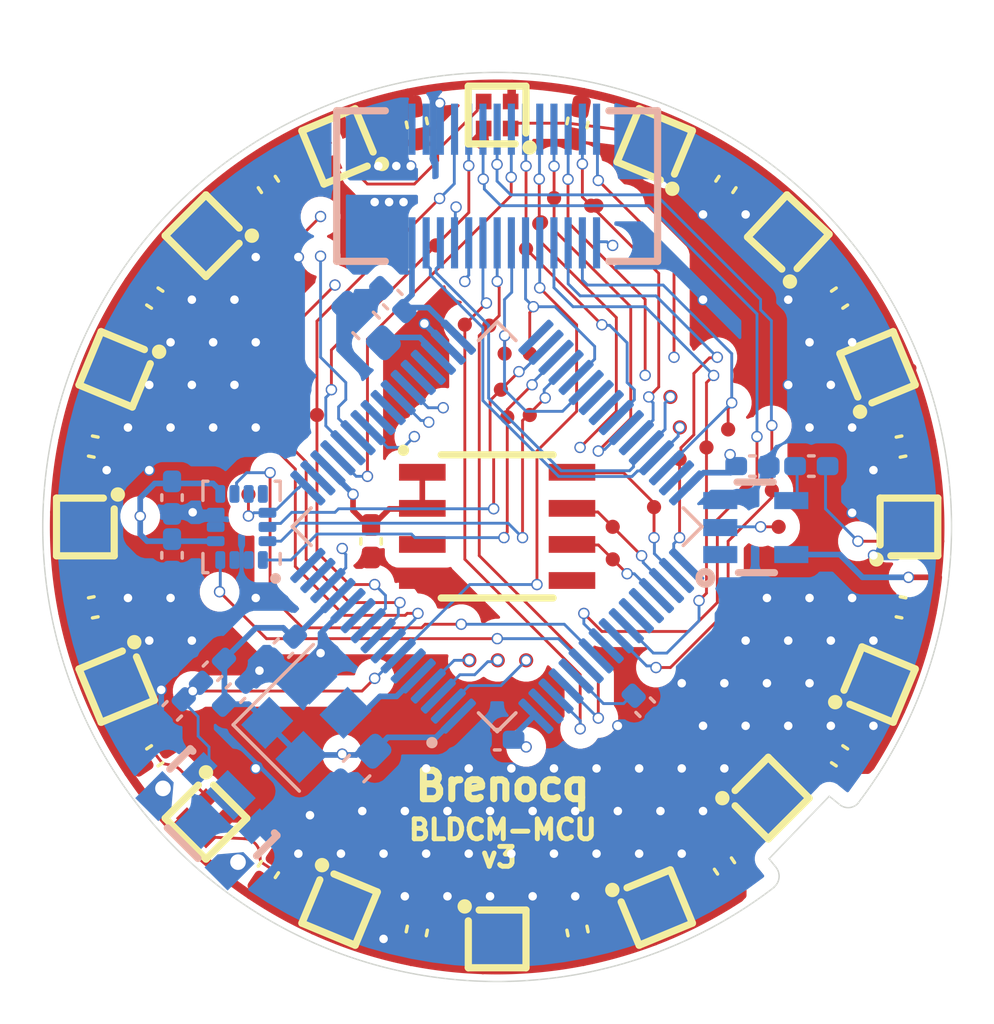
<source format=kicad_pcb>
(kicad_pcb (version 20241229) (generator "pcbnew") (generator_version "9.0")
  (title_block (title "BLDCM - MCU") (date "2025-04-10"))
  (layers (0 "F.Cu" signal "Top Layer") (4 "In1.Cu" signal "Layer 1") (6 "In2.Cu" signal "Layer 2") (2 "B.Cu" signal "Bottom Layer") (13 "F.Paste" user "Top Paste") (15 "B.Paste" user "Bottom Paste") (5 "F.SilkS" user "Top Overlay") (7 "B.SilkS" user "Bottom Overlay") (1 "F.Mask" user "Top Solder") (3 "B.Mask" user "Bottom Solder") (25 "Edge.Cuts" user))
  (property "SHEETTOTAL" "1")
  (net 0 "")
  (net 1 "NetR5_2")
  (net 2 "NetR5_1")
  (net 3 "TMC.WH")
  (net 4 "TMC.UL")
  (net 5 "VIN")
  (net 6 "RST")
  (net 7 "GND")
  (net 8 "BOOT0")
  (net 9 "3.3V")
  (net 10 "Net-(U1D-VCAP_1)")
  (net 11 "/RST")
  (net 12 "/CAN.TX")
  (net 13 "/SWCLK")
  (net 14 "/INA.POCI")
  (net 15 "/SWDIO")
  (net 16 "/INA.PICO")
  (net 17 "/INA.CLK")
  (net 18 "/VCP.RX")
  (net 19 "/TMC.UL")
  (net 20 "/TMC.WL")
  (net 21 "/TCM.DIAG")
  (net 22 "/TMC.WH")
  (net 23 "/VOLT")
  (net 24 "/TMC.UH")
  (net 25 "/INA.CS1")
  (net 26 "/VCP.TX")
  (net 27 "/TMC.VL")
  (net 28 "/INA.CS0")
  (net 29 "/SWO")
  (net 30 "/USB_N")
  (net 31 "/INA.CS2")
  (net 32 "/TMC.VH")
  (net 33 "/USB_P")
  (net 34 "/CAN.RX")
  (net 35 "/BOOT0")
  (net 36 "Net-(U4-DI)")
  (net 37 "Net-(U2-OUT)")
  (net 38 "/LED.DI")
  (net 39 "/IMU.CS")
  (net 40 "/ENC.CLK")
  (net 41 "/ENC.POCI")
  (net 42 "/IMU.CLK")
  (net 43 "/IMU.POCI")
  (net 44 "/DEBUG0")
  (net 45 "/IMU.PICO")
  (net 46 "/DEBUG1")
  (net 47 "/ENC.CS")
  (net 48 "/DEBUG2")
  (net 49 "/OSC")
  (net 50 "/IMU.INT1")
  (net 52 "/IMU.INT2")
  (net 65 "Net-(U4-DO)")
  (net 66 "Net-(U5-DO)")
  (net 67 "Net-(U6-DO)")
  (net 68 "Net-(U7-DO)")
  (net 69 "Net-(U8-DO)")
  (net 70 "Net-(U10-DI)")
  (net 71 "Net-(U10-DO)")
  (net 72 "Net-(U11-DO)")
  (net 73 "Net-(U12-DO)")
  (net 74 "Net-(U13-DO)")
  (net 75 "Net-(U14-DO)")
  (net 76 "Net-(U15-DO)")
  (net 77 "Net-(U16-DO)")
  (net 78 "Net-(U17-DO)")
  (net 79 "Net-(U18-DO)")
  (footprint "BrenoCQ:TP_0.5mm" (layer "F.Cu") (at 148.5221 109.6976 90)
    (property "Reference" "TP31" (hide yes))
    (property "Value" "Test point 0.5mm")
  )
  (footprint "BrenoCQ:TP_0.5mm" (layer "F.Cu") (at 150.50525 93.42748 90)
    (property "Reference" "TP17" (hide yes))
    (property "Value" "Test point 0.5mm")
  )
  (footprint "BrenoCQ:TP_0.5mm" (layer "F.Cu") (at 155.8721 102.2046 90)
    (property "Reference" "TP8" (hide yes))
    (property "Value" "Test point 0.5mm")
  )
  (footprint "BrenoCQ:TP_0.5mm" (layer "F.Cu") (at 149.5221 109.6976 90)
    (property "Reference" "TP28" (hide yes))
    (property "Value" "Test point 0.5mm")
  )
  (footprint "BrenoCQ:LED-1515" (layer "F.Cu") (at 134.00113 105.0036 180)
    (property "Reference" "U12" (hide yes))
    (property "Value" "SK6805")
  )
  (footprint "BrenoCQ:C_0402" (layer "F.Cu") (at 136.44481 113.05936 33.75)
    (property "Reference" "C20" (hide yes))
    (property "Value" "100nF")
  )
  (footprint "BrenoCQ:TP_0.5mm" (layer "F.Cu") (at 147.5221 109.6976 90)
    (property "Reference" "TP33" (hide yes))
    (property "Value" "Test point 0.5mm")
  )
  (footprint "BrenoCQ:TP_0.5mm" (layer "F.Cu") (at 158.1733 103.7134 90)
    (property "Reference" "TP9" (hide yes))
    (property "Value" "Test point 0.5mm")
  )
  (footprint "BrenoCQ:C_0402" (layer "F.Cu") (at 162.72246 102.1748 -168.7499962)
    (property "Reference" "C11" (hide yes))
    (property "Value" "100nF")
  )
  (footprint "BrenoCQ:TP_0.5mm" (layer "F.Cu") (at 148.85672 101.13938 90)
    (property "Reference" "TP27" (hide yes))
    (property "Value" "Test point 0.5mm")
  )
  (footprint "BrenoCQ:TP_0.5mm" (layer "F.Cu") (at 149.6491 98.9026 90)
    (property "Reference" "TP12" (hide yes))
    (property "Value" "Test point 0.5mm")
  )
  (footprint "BrenoCQ:TP_0.5mm" (layer "F.Cu") (at 151.8081 93.6956 90)
    (property "Reference" "TP19" (hide yes))
    (property "Value" "Test point 0.5mm")
  )
  (footprint "BrenoCQ:LED-1515" (layer "F.Cu") (at 138.24807 94.75057 135)
    (property "Reference" "U10" (hide yes))
    (property "Value" "SK6805")
  )
  (footprint "BrenoCQ:LED-1515" (layer "F.Cu") (at 163.00107 105.0036)
    (property "Reference" "U4" (hide yes))
    (property "Value" "SK6805")
  )
  (footprint "BrenoCQ:LED-1515" (layer "F.Cu") (at 148.5011 90.50363 90)
    (property "Reference" "U8" (hide yes))
    (property "Value" "SK6805")
  )
  (footprint "BrenoCQ:C_0402" (layer "F.Cu") (at 156.5071 116.9366 123.7500038)
    (property "Reference" "C24" (hide yes))
    (property "Value" "100nF")
  )
  (footprint "BrenoCQ:C_0402" (layer "F.Cu") (at 136.44481 96.94785 -33.75)
    (property "Reference" "C17" (hide yes))
    (property "Value" "100nF")
  )
  (footprint "BrenoCQ:TP_0.5mm" (layer "F.Cu") (at 149.5181 95.2156 90)
    (property "Reference" "TP15" (hide yes))
    (property "Value" "Test point 0.5mm")
  )
  (footprint "BrenoCQ:C_0402" (layer "F.Cu") (at 144.0611 105.5066 90)
    (property "Reference" "C27" (hide yes))
    (property "Value" "100nF")
  )
  (footprint "BrenoCQ:TP_0.5mm" (layer "F.Cu") (at 154.0251 104.3056 90)
    (property "Reference" "TP32" (hide yes))
    (property "Value" "Test point 0.5mm")
  )
  (footprint "BrenoCQ:LED-1515" (layer "F.Cu") (at 148.5011 119.50357 -90)
    (property "Reference" "U16" (hide yes))
    (property "Value" "SK6805")
  )
  (footprint "BrenoCQ:TP_0.5mm" (layer "F.Cu") (at 140.6321 101.0616 90)
    (property "Reference" "TP3" (hide yes))
    (property "Value" "Test point 0.5mm")
  )
  (footprint "BrenoCQ:TP_0.5mm" (layer "F.Cu") (at 148.22187 97.91683 90)
    (property "Reference" "TP16" (hide yes))
    (property "Value" "Test point 0.5mm")
  )
  (footprint "BrenoCQ:LED-1515" (layer "F.Cu") (at 154.05 91.60737 67.5)
    (property "Reference" "U7" (hide yes))
    (property "Value" "SK6805")
  )
  (footprint "BrenoCQ:TP_0.5mm" (layer "F.Cu") (at 152.5726 106.1441 90)
    (property "Reference" "TP22" (hide yes))
    (property "Value" "Test point 0.5mm")
  )
  (footprint "BrenoCQ:C_0402" (layer "F.Cu") (at 145.67229 90.78224 -78.74999237)
    (property "Reference" "C15" (hide yes))
    (property "Value" "100nF")
  )
  (footprint "BrenoCQ:C_0402" (layer "F.Cu") (at 151.3299 119.22496 101.25)
    (property "Reference" "C23" (hide yes))
    (property "Value" "100nF")
  )
  (footprint "BrenoCQ:TP_0.5mm" (layer "F.Cu") (at 154.9251 102.61551 90)
    (property "Reference" "TP29" (hide yes))
    (property "Value" "Test point 0.5mm")
  )
  (footprint "BrenoCQ:C_0402" (layer "F.Cu") (at 134.27974 102.1748 -11.25)
    (property "Reference" "C18" (hide yes))
    (property "Value" "100nF")
  )
  (footprint "BrenoCQ:TP_0.5mm" (layer "F.Cu") (at 146.3471 95.0926 90)
    (property "Reference" "TP10" (hide yes))
    (property "Value" "Test point 0.5mm")
  )
  (footprint "BrenoCQ:LED-1515" (layer "F.Cu") (at 161.89733 110.5525 -22.49999809)
    (property "Reference" "U19" (hide yes))
    (property "Value" "SK6805")
  )
  (footprint "BrenoCQ:C_0402" (layer "F.Cu") (at 134.27974 107.83241 11.25)
    (property "Reference" "C19" (hide yes))
    (property "Value" "100nF")
  )
  (footprint "BrenoCQ:LED-1515" (layer "F.Cu") (at 158.75413 94.75057 47.0113678)
    (property "Reference" "U6" (hide yes))
    (property "Value" "SK6805")
  )
  (footprint "BrenoCQ:TP_0.5mm" (layer "F.Cu") (at 148.6331 100.1726 90)
    (property "Reference" "TP24" (hide yes))
    (property "Value" "Test point 0.5mm")
  )
  (footprint "BrenoCQ:C_0402" (layer "F.Cu") (at 160.55739 113.05936 146.25)
    (property "Reference" "C25" (hide yes))
    (property "Value" "100nF")
  )
  (footprint "BrenoCQ:LED-1515" (layer "F.Cu") (at 154.05 118.39983 -67.5)
    (property "Reference" "U17" (hide yes))
    (property "Value" "SK6805")
  )
  (footprint "BrenoCQ:C_0402" (layer "F.Cu") (at 145.67229 119.22496 78.74999237)
    (property "Reference" "C22" (hide yes))
    (property "Value" "100nF")
  )
  (footprint "BrenoCQ:LED-1515" (layer "F.Cu") (at 135.10487 110.5525 -157.5000153)
    (property "Reference" "U13" (hide yes))
    (property "Value" "SK6805")
  )
  (footprint "BrenoCQ:TP_0.5mm" (layer "F.Cu") (at 152.5701 104.9986 90)
    (property "Reference" "TP20" (hide yes))
    (property "Value" "Test point 0.5mm")
  )
  (footprint "BrenoCQ:LED-1515" (layer "F.Cu") (at 135.10487 99.4547 157.5000153)
    (property "Reference" "U11" (hide yes))
    (property "Value" "SK6805")
  )
  (footprint "BrenoCQ:TP_0.5mm" (layer "F.Cu") (at 139.7431 103.8556 90)
    (property "Reference" "TP7" (hide yes))
    (property "Value" "Test point 0.5mm")
  )
  (footprint "BrenoCQ:TP_0.5mm" (layer "F.Cu") (at 141.3941 101.0616 90)
    (property "Reference" "TP5" (hide yes))
    (property "Value" "Test point 0.5mm")
  )
  (footprint "BrenoCQ:C_0402" (layer "F.Cu") (at 140.44534 117.05989 56.24999237)
    (property "Reference" "C21" (hide yes))
    (property "Value" "100nF")
  )
  (footprint "BrenoCQ:TP_0.5mm" (layer "F.Cu") (at 154.93315 101.49862 90)
    (property "Reference" "TP23" (hide yes))
    (property "Value" "Test point 0.5mm")
  )
  (footprint "BrenoCQ:C_0402" (layer "F.Cu") (at 162.72246 107.83241 168.7499962)
    (property "Reference" "C26" (hide yes))
    (property "Value" "100nF")
  )
  (footprint "BrenoCQ:TP_0.5mm" (layer "F.Cu") (at 142.1561 101.0616 90)
    (property "Reference" "TP6" (hide yes))
    (property "Value" "Test point 0.5mm")
  )
  (footprint "BrenoCQ:SOP-8" (layer "F.Cu") (at 148.5011 105.0036)
    (property "Reference" "U20" (hide yes))
    (property "Value" "MT6701")
  )
  (footprint "BrenoCQ:TP_0.5mm" (layer "F.Cu") (at 156.6341 101.5696 90)
    (property "Reference" "TP26" (hide yes))
    (property "Value" "Test point 0.5mm")
  )
  (footprint "BrenoCQ:LED-1515" (layer "F.Cu") (at 138.24807 115.25663 -135)
    (property "Reference" "U14" (hide yes))
    (property "Value" "SK6805")
  )
  (footprint "BrenoCQ:TP_0.5mm" (layer "F.Cu") (at 148.76402 98.9026 90)
    (property "Reference" "TP14" (hide yes))
    (property "Value" "Test point 0.5mm")
  )
  (footprint "BrenoCQ:LED-1515" (layer "F.Cu") (at 142.9522 91.60737 112.5000076)
    (property "Reference" "U9" (hide yes))
    (property "Value" "SK6805")
  )
  (footprint "BrenoCQ:LED-1515" (layer "F.Cu") (at 161.89733 99.4547 22.49999809)
    (property "Reference" "U5" (hide yes))
    (property "Value" "SK6805")
  )
  (footprint "BrenoCQ:TP_0.5mm" (layer "F.Cu") (at 157.25568 103.75534 90)
    (property "Reference" "TP11" (hide yes))
    (property "Value" "Test point 0.5mm")
  )
  (footprint "BrenoCQ:C_0402" (layer "F.Cu") (at 156.55685 92.94731 -123.75)
    (property "Reference" "C13" (hide yes))
    (property "Value" "100nF")
  )
  (footprint "BrenoCQ:C_0402" (layer "F.Cu") (at 140.44534 92.94731 -56.24999237)
    (property "Reference" "C16" (hide yes))
    (property "Value" "100nF")
  )
  (footprint "BrenoCQ:TP_0.5mm" (layer "F.Cu") (at 158.4121 104.9986 90)
    (property "Reference" "TP1" (hide yes))
    (property "Value" "Test point 0.5mm")
  )
  (footprint "BrenoCQ:LED-1515" (layer "F.Cu") (at 142.9522 118.39983 -112.5000076)
    (property "Reference" "U15" (hide yes))
    (property "Value" "SK6805")
  )
  (footprint "BrenoCQ:TP_0.5mm" (layer "F.Cu") (at 149.6491 101.0616 90)
    (property "Reference" "TP30" (hide yes))
    (property "Value" "Test point 0.5mm")
  )
  (footprint "BrenoCQ:TP_0.5mm" (layer "F.Cu") (at 154.6021 100.4266 90)
    (property "Reference" "TP21" (hide yes))
    (property "Value" "Test point 0.5mm")
  )
  (footprint "BrenoCQ:C_0402" (layer "F.Cu") (at 151.3299 90.78224 -101.25)
    (property "Reference" "C14" (hide yes))
    (property "Value" "100nF")
  )
  (footprint "BrenoCQ:TP_0.5mm" (layer "F.Cu") (at 150.04548 94.28112 90)
    (property "Reference" "TP2" (hide yes))
    (property "Value" "Test point 0.5mm")
  )
  (footprint "BrenoCQ:C_0402" (layer "F.Cu") (at 160.55739 96.94785 -146.25)
    (property "Reference" "C12" (hide yes))
    (property "Value" "100nF")
  )
  (footprint "BrenoCQ:LED-1515" (layer "F.Cu") (at 158.04702 114.54953 -45)
    (property "Reference" "U18" (hide yes))
    (property "Value" "SK6805")
  )
  (footprint "BrenoCQ:TP_0.5mm" (layer "F.Cu") (at 147.3631 97.88168 90)
    (property "Reference" "TP18" (hide yes))
    (property "Value" "Test point 0.5mm")
  )
  (footprint "BrenoCQ:TP_0.5mm" (layer "F.Cu") (at 151.99995 93.6956 90)
    (property "Reference" "TP4" (hide yes))
    (property "Value" "Test point 0.5mm")
  )
  (footprint "BrenoCQ:TP_0.5mm" (layer "F.Cu") (at 149.98296 94.3306 90)
    (property "Reference" "TP13" (hide yes))
    (property "Value" "Test point 0.5mm")
  )
  (footprint "BrenoCQ:R_0402" (layer "B.Cu") (at 159.56397 102.86148)
    (property "Reference" "R5" (hide yes))
    (property "Value" "500")
  )
  (footprint "BrenoCQ:C_0402" (layer "B.Cu") (at 144.8255 97.00071 135)
    (property "Reference" "C3" (hide yes))
    (property "Value" "100nF")
  )
  (footprint "BrenoCQ:Crystal_3225" (layer "B.Cu") (at 141.7836 111.7211 45)
    (property "Reference" "Y1" (hide yes))
    (property "Value" "ECS-3225MVLC-240-CN")
  )
  (footprint "BrenoCQ:C_0402" (layer "B.Cu") (at 139.28684 110.85465 -135)
    (property "Reference" "C7" (hide yes))
    (property "Value" "100nF")
  )
  (footprint "BrenoCQ:C_0402" (layer "B.Cu") (at 137.05249 103.97173 -90)
    (property "Reference" "C9" (hide yes))
    (property "Value" "100nF")
  )
  (footprint "BrenoCQ:C_0603" (layer "B.Cu") (at 143.88551 97.90945 -45)
    (property "Reference" "C6" (hide yes))
    (property "Value" "4.7uF")
  )
  (footprint "BrenoCQ:R_0402" (layer "B.Cu") (at 153.7131 111.3486 135)
    (property "Reference" "R1" (hide yes))
    (property "Value" "10K")
  )
  (footprint "BrenoCQ:C_0402" (layer "B.Cu") (at 157.4916 102.86147)
    (property "Reference" "C5" (hide yes))
    (property "Value" "100nF")
  )
  (footprint "BrenoCQ:C_0402" (layer "B.Cu") (at 137.05249 106.00373 -90)
    (property "Reference" "C10" (hide yes))
    (property "Value" "100nF")
  )
  (footprint "BrenoCQ:C_0402" (layer "B.Cu") (at 140.97494 109.26905 -135)
    (property "Reference" "C2" (hide yes))
    (property "Value" "100nF")
  )
  (footprint "BrenoCQ:C_0603" (layer "B.Cu") (at 143.5531 113.5076 45)
    (property "Reference" "C1" (hide yes))
    (property "Value" "1uF")
  )
  (footprint "BrenoCQ:SOT-23-5" (layer "B.Cu") (at 157.58573 105.02524)
    (property "Reference" "U2" (hide yes))
    (property "Value" "SN74LV1T34DBVR")
  )
  (footprint "BrenoCQ:LGA-14L" (layer "B.Cu") (at 139.5011 105.0036 90)
    (property "Reference" "U3" (hide yes))
    (property "Value" "ISM330DHCX")
  )
  (footprint "BrenoCQ:LQFP64" (layer "B.Cu") (at 148.5011 105.0036 45)
    (property "Reference" "U1" (hide yes))
    (property "Value" "STM32F446RE")
  )
  (footprint "BrenoCQ:C_0402" (layer "B.Cu") (at 148.5061 112.4916 180)
    (property "Reference" "C4" (hide yes))
    (property "Value" "100nF")
  )
  (footprint "BrenoCQ:R_0402" (layer "B.Cu") (at 138.47754 110.0838 45)
    (property "Reference" "R4" (hide yes))
    (property "Value" "10K")
  )
  (footprint "BrenoCQ:EVPAKE31A" (layer "B.Cu") (at 138.24807 115.25663 -135)
    (property "Reference" "K1" (hide yes))
    (property "Value" "EVPAKE31A")
  )
  (footprint "BrenoCQ:52991-0308" (layer "B.Cu") (at 148.5011 93.0036)
    (property "Reference" "J1" (hide yes))
    (property "Value" "52991-0308")
  )
  (footprint "BrenoCQ:C_0402" (layer "B.Cu") (at 137.06065 111.47607 -135)
    (property "Reference" "C8" (hide yes))
    (property "Value" "100nF")
  )
  (gr_arc (start 161.222345 114.716835) (mid 160.900118 114.882629) (end 160.555035 114.772015) (stroke (width 0.05)) (layer "Edge.Cuts"))
  (gr_arc (start 158.312684 116.97609) (mid 158.428196 117.338659) (end 158.2535 117.676714) (stroke (width 0.05)) (layer "Edge.Cuts"))
  (gr_line (start 158.2535 117.676714) (end 158.25889 117.68372) (stroke (width 0.05)) (layer "Edge.Cuts"))
  (gr_line (start 161.21795 114.71348) (end 161.222345 114.716835) (stroke (width 0.05)) (layer "Edge.Cuts"))
  (gr_line (start 160.19564 114.48098) (end 158.07476 116.68227) (stroke (width 0.05)) (layer "Edge.Cuts"))
  (gr_line (start 161.217949 114.71348) (end 161.21795 114.71348) (stroke (width 0.05)) (layer "Edge.Cuts"))
  (gr_line (start 160.55504 114.77201) (end 160.19564 114.48098) (stroke (width 0.05)) (layer "Edge.Cuts"))
  (gr_arc (start 158.258894 117.683721) (mid 137.166067 93.711256) (end 161.217949 114.71348) (stroke (width 0.05)) (layer "Edge.Cuts"))
  (gr_line (start 158.07476 116.68227) (end 158.312684 116.97609) (stroke (width 0.05)) (layer "Edge.Cuts"))
  (gr_line (start 160.555035 114.772015) (end 160.55504 114.77201) (stroke (width 0.05)) (layer "Edge.Cuts"))
  (gr_line (start 158.25889 117.68372) (end 158.258894 117.683721) (stroke (width 0.05)) (layer "Edge.Cuts"))
  (gr_text "BLDCM-MCU" (at 145.3011 116.07297 360) (layer "F.SilkS") (effects (font (size 0.7 0.7) (thickness 0.254)) (justify left bottom)))
  (gr_text "v3" (at 147.84299 117.04293 0) (layer "F.SilkS") (effects (font (size 0.7 0.7) (thickness 0.175)) (justify left bottom)))
  (gr_text "Brenocq" (at 145.5011 114.7036 360) (layer "F.SilkS") (effects (font (size 1 1) (thickness 0.254)) (justify left bottom)))
  (segment (start 162.30207 105.5066) (end 162.52608 105.4786) (width 0.102) (layer "F.Cu") (net 1))
  (segment (start 161.2061 105.5066) (end 162.30207 105.5066) (width 0.102) (layer "F.Cu") (net 1))
  (via (at 161.2061 105.5066) (size 0.4) (drill 0.3) (layers "F.Cu" "B.Cu") (net 1))
  (segment (start 160.06397 104.36447) (end 160.06397 102.86148) (width 0.102) (layer "B.Cu") (net 1))
  (segment (start 160.06397 104.36447) (end 161.2061 105.5066) (width 0.102) (layer "B.Cu") (net 1))
  (segment (start 159.06398 103.84716) (end 159.06398 102.86148) (width 0.1016) (layer "B.Cu") (net 2))
  (segment (start 158.8358 104.07533) (end 159.06398 103.84716) (width 0.1016) (layer "B.Cu") (net 2))
  (segment (start 151.50118 93.38868) (end 151.50118 92.22452) (width 0.1) (layer "F.Cu") (net 3))
  (segment (start 151.50118 93.38868) (end 151.8081 93.6956) (width 0.1) (layer "F.Cu") (net 3))
  (segment (start 153.8401 100.4266) (end 154.19181 100.07489) (width 0.1) (layer "F.Cu") (net 3))
  (segment (start 154.19181 100.07489) (end 154.19181 96.07931) (width 0.1) (layer "F.Cu") (net 3))
  (segment (start 151.8081 93.6956) (end 154.19181 96.07931) (width 0.1) (layer "F.Cu") (net 3))
  (via (at 153.8401 100.4266) (size 0.4) (drill 0.3) (layers "F.Cu" "B.Cu") (net 3))
  (via (at 151.50118 92.22452) (size 0.4) (drill 0.3) (layers "F.Cu" "B.Cu") (net 3))
  (segment (start 151.50118 92.22452) (end 151.50118 91.00352) (width 0.1) (layer "B.Cu") (net 3))
  (segment (start 153.40135 101.87112) (end 153.40135 101.83167) (width 0.1) (layer "B.Cu") (net 3))
  (segment (start 153.40135 101.83167) (end 153.99203 101.24099) (width 0.1) (layer "B.Cu") (net 3))
  (segment (start 153.8401 100.48325) (end 153.8401 100.4266) (width 0.1) (layer "B.Cu") (net 3))
  (segment (start 153.99203 101.24099) (end 153.99203 100.63518) (width 0.1) (layer "B.Cu") (net 3))
  (segment (start 153.8401 100.48325) (end 153.99203 100.63518) (width 0.1) (layer "B.Cu") (net 3))
  (segment (start 149.98296 94.91845) (end 149.98296 94.3306) (width 0.1) (layer "F.Cu") (net 4))
  (segment (start 152.6971 100.9346) (end 152.6971 97.6326) (width 0.1) (layer "F.Cu") (net 4))
  (segment (start 149.98296 94.0766) (end 149.98296 92.75863) (width 0.1) (layer "F.Cu") (net 4))
  (segment (start 151.4271 102.2046) (end 152.6971 100.9346) (width 0.1) (layer "F.Cu") (net 4))
  (segment (start 149.98296 94.3306) (end 149.98296 94.0766) (width 0.1) (layer "F.Cu") (net 4))
  (segment (start 151.42055 102.2046) (end 151.4271 102.2046) (width 0.1) (layer "F.Cu") (net 4))
  (segment (start 149.98296 94.91845) (end 152.6971 97.6326) (width 0.1) (layer "F.Cu") (net 4))
  (via (at 151.42055 102.2046) (size 0.4) (drill 0.3) (layers "F.Cu" "B.Cu") (net 4))
  (via (at 149.98296 92.75863) (size 0.4) (drill 0.3) (layers "F.Cu" "B.Cu") (net 4))
  (via (at 145.5851 101.8236) (size 0.4) (drill 0.3) (layers "F.Cu" "B.Cu") (net 4))
  (segment (start 149.99207 91.01263) (end 150.00118 91.00352) (width 0.1) (layer "B.Cu") (net 4))
  (segment (start 145.2041 102.2046) (end 145.5851 101.8236) (width 0.1) (layer "B.Cu") (net 4))
  (segment (start 149.99207 92.74952) (end 149.99207 91.01263) (width 0.1) (layer "B.Cu") (net 4))
  (segment (start 144.64144 102.2046) (end 145.2041 102.2046) (width 0.1) (layer "B.Cu") (net 4))
  (segment (start 143.9544 101.51757) (end 144.64144 102.2046) (width 0.1) (layer "B.Cu") (net 4))
  (segment (start 133.20007 101.96412) (end 133.69049 102.06167) (width 0.3) (layer "F.Cu") (net 5))
  (segment (start 163.47607 105.47861) (end 163.60107 105.50783) (width 0.3) (layer "F.Cu") (net 5))
  (segment (start 134.34096 110.27612) (end 134.48426 110.29543) (width 0.3) (layer "F.Cu") (net 5))
  (segment (start 144.5691 91.25823) (end 145.53547 90.29185) (width 0.3) (layer "F.Cu") (net 5))
  (segment (start 137.096 115.64708) (end 137.44299 115.30009) (width 0.3) (layer "F.Cu") (net 5))
  (segment (start 156.83463 92.53157) (end 156.96685 92.49965) (width 0.3) (layer "F.Cu") (net 5))
  (segment (start 158.04703 115.39806) (end 158.04703 115.22128) (width 0.3) (layer "F.Cu") (net 5))
  (segment (start 144.5691 91.9176) (end 144.5691 91.25823) (width 0.3) (layer "F.Cu") (net 5))
  (segment (start 154.67062 91.3503) (end 154.73488 91.24163) (width 0.3) (layer "F.Cu") (net 5))
  (segment (start 151.42745 90.29185) (end 151.44379 90.19314) (width 0.3) (layer "F.Cu") (net 5))
  (segment (start 140.1302 92.43627) (end 140.16756 92.53158) (width 0.3) (layer "F.Cu") (net 5))
  (segment (start 133.40112 104.49086) (end 133.52612 104.5286) (width 0.3) (layer "F.Cu") (net 5))
  (segment (start 157.0441 118.04876) (end 157.13196 117.9609) (width 0.3) (layer "F.Cu") (net 5))
  (segment (start 160.97312 113.33714) (end 161.06884 113.37388) (width 0.3) (layer "F.Cu") (net 5))
  (segment (start 148.97609 90.02863) (end 149.01189 89.90363) (width 0.3) (layer "F.Cu") (net 5))
  (segment (start 159.42546 94.727) (end 159.51989 94.64414) (width 0.3) (layer "F.Cu") (net 5))
  (segment (start 161.06884 113.37388) (end 161.32525 113.5452) (width 0.3) (layer "F.Cu") (net 5))
  (segment (start 135.93668 113.37886) (end 136.02908 113.33715) (width 0.3) (layer "F.Cu") (net 5))
  (segment (start 163.60107 105.50783) (end 164.09295 105.50783) (width 0.3) (layer "F.Cu") (net 5))
  (segment (start 133.68909 107.93847) (end 133.78936 107.92995) (width 0.3) (layer "F.Cu") (net 5))
  (segment (start 153.85046 119.13191) (end 154.03918 119.58749) (width 0.3) (layer "F.Cu") (net 5))
  (segment (start 163.21285 102.07724) (end 163.31203 102.06328) (width 0.3) (layer "F.Cu") (net 5))
  (segment (start 159.51989 94.64414) (end 159.84521 94.29514) (width 0.3) (layer "F.Cu") (net 5))
  (segment (start 160.97312 96.67006) (end 161.10442 96.68657) (width 0.3) (layer "F.Cu") (net 5))
  (segment (start 157.02189 118.07097) (end 157.04407 118.04879) (width 0.3) (layer "F.Cu") (net 5))
  (segment (start 135.52093 113.65665) (end 135.93668 113.37886) (width 0.3) (layer "F.Cu") (net 5))
  (segment (start 139.82066 117.96547) (end 140.09846 117.54972) (width 0.3) (layer "F.Cu") (net 5))
  (segment (start 156.96685 92.49965) (end 157.2445 92.08412) (width 0.3) (layer "F.Cu") (net 5))
  (segment (start 145.56836 119.81605) (end 145.57475 119.71536) (width 0.3) (layer "F.Cu") (net 5))
  (segment (start 162.61412 99.61731) (end 163.07074 99.42817) (width 0.3) (layer "F.Cu") (net 5))
  (segment (start 135.52415 96.34573) (end 135.9399 96.62352) (width 0.3) (layer "F.Cu") (net 5))
  (segment (start 142.93504 90.43037) (end 143.12408 90.88674) (width 0.3) (layer "F.Cu") (net 5))
  (segment (start 144.5691 91.9176) (end 144.9501 92.2986) (width 0.3) (layer "F.Cu") (net 5))
  (segment (start 140.09846 117.54972) (end 140.16756 117.47562) (width 0.3) (layer "F.Cu") (net 5))
  (segment (start 161.32525 113.5452) (end 161.41624 113.54521) (width 0.3) (layer "F.Cu") (net 5))
  (segment (start 161.62841 113.45732) (end 161.65143 113.43429) (width 0.3) (layer "F.Cu") (net 5))
  (segment (start 137.44299 115.30009) (end 137.57631 115.25663) (width 0.3) (layer "F.Cu") (net 5))
  (segment (start 151.44379 90.19314) (end 151.54134 89.70272) (width 0.3) (layer "F.Cu") (net 5))
  (segment (start 143.12408 90.88674) (end 143.20927 90.98675) (width 0.3) (layer "F.Cu") (net 5))
  (segment (start 135.9399 96.62352) (end 136.02907 96.67006) (width 0.3) (layer "F.Cu") (net 5))
  (segment (start 149.01189 89.90363) (end 149.01189 89.41197) (width 0.3) (layer "F.Cu") (net 5))
  (segment (start 154.73488 91.24163) (end 154.92326 90.78685) (width 0.3) (layer "F.Cu") (net 5))
  (segment (start 156.89872 117.39655) (end 157.13196 117.74563) (width 0.3) (layer "F.Cu") (net 5))
  (segment (start 134.30675 98.53208) (end 134.75985 98.71977) (width 0.3) (layer "F.Cu") (net 5))
  (segment (start 145.47081 120.30646) (end 145.56836 119.81605) (width 0.3) (layer "F.Cu") (net 5))
  (segment (start 142.2256 118.7483) (end 142.33158 118.6569) (width 0.3) (layer "F.Cu") (net 5))
  (segment (start 162.51795 99.71177) (end 162.61412 99.61731) (width 0.3) (layer "F.Cu") (net 5))
  (segment (start 163.07074 99.42817) (end 163.11803 99.40858) (width 0.3) (layer "F.Cu") (net 5))
  (segment (start 133.88788 110.4638) (end 134.34096 110.27612) (width 0.3) (layer "F.Cu") (net 5))
  (segment (start 163.21286 107.92995) (end 163.31357 107.93622) (width 0.3) (layer "F.Cu") (net 5))
  (segment (start 157.13196 117.83663) (end 157.13196 117.74563) (width 0.3) (layer "F.Cu") (net 5))
  (segment (start 144.9501 92.2986) (end 145.4581 92.2986) (width 0.3) (layer "F.Cu") (net 5))
  (segment (start 163.31203 102.06328) (end 163.80245 101.96573) (width 0.3) (layer "F.Cu") (net 5))
  (segment (start 156.78489 117.35234) (end 156.89872 117.39655) (width 0.3) (layer "F.Cu") (net 5))
  (segment (start 139.86899 92.04534) (end 140.1302 92.43627) (width 0.3) (layer "F.Cu") (net 5))
  (segment (start 156.85405 117.18586) (end 158.04703 115.39806) (width 0.3) (layer "F.Cu") (net 5))
  (segment (start 147.99823 120.59549) (end 147.99823 120.10357) (width 0.3) (layer "F.Cu") (net 5))
  (segment (start 161.41626 113.54521) (end 161.54051 113.5452) (width 0.3) (layer "F.Cu") (net 5))
  (segment (start 138.1459 94.0042) (end 138.24807 94.07881) (width 0.3) (layer "F.Cu") (net 5))
  (segment (start 161.54051 113.5452) (end 161.62838 113.45735) (width 0.3) (layer "F.Cu") (net 5))
  (segment (start 133.69049 102.06167) (end 133.78936 102.07725) (width 0.3) (layer "F.Cu") (net 5))
  (segment (start 133.19867 108.03602) (end 133.68909 107.93847) (width 0.3) (layer "F.Cu") (net 5))
  (segment (start 161.10442 96.68657) (end 161.51998 96.4089) (width 0.3) (layer "F.Cu") (net 5))
  (segment (start 162.24676 111.27677) (end 162.71902 111.47239) (width 0.3) (layer "F.Cu") (net 5))
  (segment (start 151.42744 119.71535) (end 151.4451 119.81379) (width 0.3) (layer "F.Cu") (net 5))
  (segment (start 134.75985 98.71977) (end 134.8478 98.83408) (width 0.3) (layer "F.Cu") (net 5))
  (segment (start 145.44871 90.21497) (end 145.57476 90.29185) (width 0.3) (layer "F.Cu") (net 5))
  (segment (start 153.79291 119.02045) (end 153.85046 119.13191) (width 0.3) (layer "F.Cu") (net 5))
  (segment (start 145.53547 90.29185) (end 145.57476 90.29185) (width 0.3) (layer "F.Cu") (net 5))
  (segment (start 144.3151 92.2986) (end 144.9501 92.2986) (width 0.3) (layer "F.Cu") (net 5))
  (segment (start 142.0378 119.20169) (end 142.2256 118.7483) (width 0.3) (layer "F.Cu") (net 5))
  (segment (start 156.78489 117.35234) (end 156.85405 117.18586) (width 0.3) (layer "F.Cu") (net 5))
  (segment (start 163.31357 107.93622) (end 163.82217 108.03739) (width 0.3) (layer "F.Cu") (net 5))
  (segment (start 157.13196 117.9609) (end 157.13196 117.83664) (width 0.3) (layer "F.Cu") (net 5))
  (segment (start 137.79704 93.65534) (end 138.1459 94.0042) (width 0.3) (layer "F.Cu") (net 5))
  (segment (start 132.90953 104.49086) (end 133.40112 104.49086) (width 0.3) (layer "F.Cu") (net 5))
  (segment (start 162.9841 106.7766) (end 164.00164 106.7766) (width 0.2) (layer "F.Cu") (net 5))
  (segment (start 147.99823 120.10357) (end 148.0261 119.97857) (width 0.3) (layer "F.Cu") (net 5))
  (segment (start 162.1544 111.17311) (end 162.24676 111.27677) (width 0.3) (layer "F.Cu") (net 5))
  (segment (start 145.35123 89.72491) (end 145.44871 90.21497) (width 0.3) (layer "F.Cu") (net 5))
  (segment (start 151.4451 119.81379) (end 151.54266 120.30422) (width 0.3) (layer "F.Cu") (net 5))
  (via (at 144.9501 92.2986) (size 0.4) (drill 0.3) (layers "F.Cu" "B.Cu") (net 5))
  (via (at 144.3151 92.2986) (size 0.4) (drill 0.3) (layers "F.Cu" "B.Cu") (net 5))
  (via (at 162.9841 106.7766) (size 0.4) (drill 0.3) (layers "F.Cu" "B.Cu") (net 5))
  (via (at 145.4581 92.2986) (size 0.4) (drill 0.3) (layers "F.Cu" "B.Cu") (net 5))
  (arc (start 145.351234 89.724911) (mid 147.172316 89.460295) (end 149.011889 89.411965) (width 0.3) (layer "F.Cu") (net 5))
  (arc (start 142.935046 90.43037) (mid 144.128889 90.028829) (end 145.351234 89.724911) (width 0.3) (layer "F.Cu") (net 5))
  (arc (start 157.021888 118.07097) (mid 156.821578 118.199419) (end 156.619333 118.324797) (width 0.3) (layer "F.Cu") (net 5))
  (arc (start 132.909529 104.490855) (mid 133.003219 103.221555) (end 133.200069 101.964117) (width 0.3) (layer "F.Cu") (net 5))
  (arc (start 156.619333 118.324797) (mid 155.35838 119.015656) (end 154.039176 119.587485) (width 0.3) (layer "F.Cu") (net 5))
  (arc (start 137.096 115.647081) (mid 136.267916 114.683951) (end 135.520931 113.656646) (width 0.3) (layer "F.Cu") (net 5))
  (arc (start 137.797042 93.655334) (mid 140.207776 91.790698) (end 142.935047 90.430369) (width 0.3) (layer "F.Cu") (net 5))
  (arc (start 164.017762 106.776596) (mid 163.216618 110.241221) (end 161.651437 113.434286) (width 0.3) (layer "F.Cu") (net 5))
  (arc (start 135.524149 96.345729) (mid 136.584427 94.936183) (end 137.797042 93.655335) (width 0.3) (layer "F.Cu") (net 5))
  (arc (start 164.092949 105.507828) (mid 164.059944 106.136017) (end 164.00164 106.762364) (width 0.3) (layer "F.Cu") (net 5))
  (arc (start 154.923257 90.786853) (mid 156.111569 91.385936) (end 157.244497 92.084119) (width 0.3) (layer "F.Cu") (net 5))
  (arc (start 157.244497 92.084118) (mid 158.605511 93.118277) (end 159.845208 94.295135) (width 0.3) (layer "F.Cu") (net 5))
  (arc (start 134.306754 98.532083) (mid 134.871541 97.414456) (end 135.524149 96.345729) (width 0.3) (layer "F.Cu") (net 5))
  (arc (start 142.037799 119.201689) (mid 140.904045 118.628751) (end 139.820665 117.965468) (width 0.3) (layer "F.Cu") (net 5))
  (arc (start 161.519977 96.408901) (mid 162.377721 97.876231) (end 163.070744 99.428165) (width 0.3) (layer "F.Cu") (net 5))
  (arc (start 133.887878 110.463798) (mid 133.494098 109.26387) (end 133.198668 108.036022) (width 0.3) (layer "F.Cu") (net 5))
  (arc (start 149.011889 89.411965) (mid 150.282559 89.505652) (end 151.541345 89.702721) (width 0.3) (layer "F.Cu") (net 5))
  (arc (start 135.520931 113.656646) (mid 134.61235 112.107305) (end 133.887879 110.463797) (width 0.3) (layer "F.Cu") (net 5))
  (arc (start 163.070744 99.428165) (mid 163.490393 100.681435) (end 163.802451 101.965729) (width 0.3) (layer "F.Cu") (net 5))
  (arc (start 133.200069 101.964117) (mid 133.65391 100.216015) (end 134.306753 98.532083) (width 0.3) (layer "F.Cu") (net 5))
  (arc (start 154.039177 119.587485) (mid 152.80586 119.9979) (end 151.542657 120.304219) (width 0.3) (layer "F.Cu") (net 5))
  (arc (start 133.198668 108.036022) (mid 132.952727 106.271706) (end 132.909529 104.490855) (width 0.3) (layer "F.Cu") (net 5))
  (arc (start 147.998231 120.595493) (mid 146.72862 120.502578) (end 145.470812 120.306455) (width 0.3) (layer "F.Cu") (net 5))
  (arc (start 139.820665 117.965469) (mid 138.391653 116.884639) (end 137.096 115.647081) (width 0.3) (layer "F.Cu") (net 5))
  (arc (start 159.845208 94.295136) (mid 160.728354 95.31576) (end 161.519976 96.408901) (width 0.3) (layer "F.Cu") (net 5))
  (arc (start 163.802451 101.965729) (mid 164.048899 103.728479) (end 164.092949 105.507828) (width 0.3) (layer "F.Cu") (net 5))
  (arc (start 151.542657 120.304219) (mid 149.778771 120.55119) (end 147.998231 120.595493) (width 0.3) (layer "F.Cu") (net 5))
  (arc (start 145.470812 120.306454) (mid 143.722274 119.85361) (end 142.0378 119.201689) (width 0.3) (layer "F.Cu") (net 5))
  (arc (start 151.541345 89.702721) (mid 153.263253 90.148234) (end 154.923257 90.786853) (width 0.3) (layer "F.Cu") (net 5))
  (segment (start 161.3701 106.7766) (end 162.9841 106.7766) (width 0.2) (layer "B.Cu") (net 5))
  (segment (start 160.56882 105.97532) (end 161.3701 106.7766) (width 0.2) (layer "B.Cu") (net 5))
  (segment (start 158.83582 105.97532) (end 160.56882 105.97532) (width 0.2) (layer "B.Cu") (net 5))
  (segment (start 150.00118 96.58768) (end 151.3001 97.8866) (width 0.1) (layer "F.Cu") (net 6))
  (segment (start 151.3001 100.9346) (end 151.3001 97.8866) (width 0.1) (layer "F.Cu") (net 6))
  (segment (start 149.9031 102.3316) (end 151.3001 100.9346) (width 0.1) (layer "F.Cu") (net 6))
  (segment (start 143.74076 110.77994) (end 144.1881 110.3326) (width 0.1) (layer "F.Cu") (net 6))
  (segment (start 149.9031 107.0306) (end 149.9031 102.3316) (width 0.1) (layer "F.Cu") (net 6))
  (segment (start 137.7814 110.77994) (end 143.74076 110.77994) (width 0.1) (layer "F.Cu") (net 6))
  (via (at 149.9031 107.0306) (size 0.4) (drill 0.3) (layers "F.Cu" "B.Cu") (net 6))
  (via (at 144.1881 110.3326) (size 0.4) (drill 0.3) (layers "F.Cu" "B.Cu") (net 6))
  (via (at 150.00118 96.58768) (size 0.4) (drill 0.3) (layers "F.Cu" "B.Cu") (net 6))
  (via (at 137.7814 110.77994) (size 0.4) (drill 0.3) (layers "F.Cu" "B.Cu") (net 6))
  (segment (start 144.99273 109.5503) (end 145.01506 109.5503) (width 0.1) (layer "B.Cu") (net 6))
  (segment (start 147.53476 107.0306) (end 149.9031 107.0306) (width 0.1) (layer "B.Cu") (net 6))
  (segment (start 144.1881 110.3326) (end 144.21043 110.3326) (width 0.1) (layer "B.Cu") (net 6))
  (segment (start 144.21043 110.3326) (end 144.99273 109.5503) (width 0.1) (layer "B.Cu") (net 6))
  (segment (start 137.97256 112.3648) (end 137.97256 111.68089) (width 0.1) (layer "B.Cu") (net 6))
  (segment (start 137.4142 111.12253) (end 137.4388 111.12253) (width 0.1) (layer "B.Cu") (net 6))
  (segment (start 137.97256 112.3648) (end 138.35414 112.74638) (width 0.1) (layer "B.Cu") (net 6))
  (segment (start 138.35414 113.17065) (end 138.35414 112.74638) (width 0.1) (layer "B.Cu") (net 6))
  (segment (start 150.00118 96.58768) (end 150.00118 95.00352) (width 0.1) (layer "B.Cu") (net 6))
  (segment (start 137.4142 111.12253) (end 137.97256 111.68089) (width 0.1) (layer "B.Cu") (net 6))
  (segment (start 138.21272 113.31207) (end 138.35414 113.17065) (width 0.1) (layer "B.Cu") (net 6))
  (segment (start 137.4388 111.12253) (end 138.12399 110.43735) (width 0.1) (layer "B.Cu") (net 6))
  (segment (start 145.01506 109.5503) (end 147.53476 107.0306) (width 0.1) (layer "B.Cu") (net 6))
  (via (at 161.75108 109.00361) (size 0.4) (drill 0.3) (layers "F.Cu" "B.Cu") (net 7))
  (via (at 150.50109 116.50361) (size 0.4) (drill 0.3) (layers "F.Cu" "B.Cu") (net 7))
  (via (at 134.75109 103.00361) (size 0.4) (drill 0.3) (layers "F.Cu" "B.Cu") (net 7))
  (via (at 155.75108 115.00361) (size 0.4) (drill 0.3) (layers "F.Cu" "B.Cu") (net 7))
  (via (at 155.00109 116.50361) (size 0.4) (drill 0.3) (layers "F.Cu" "B.Cu") (net 7))
  (via (at 148.25109 115.00361) (size 0.4) (drill 0.3) (layers "F.Cu" "B.Cu") (net 7))
  (via (at 137.75109 100.00361) (size 0.4) (drill 0.3) (layers "F.Cu" "B.Cu") (net 7))
  (via (at 161.00108 101.50361) (size 0.4) (drill 0.3) (layers "F.Cu" "B.Cu") (net 7))
  (via (at 161.00108 107.50361) (size 0.4) (drill 0.3) (layers "F.Cu" "B.Cu") (net 7))
  (via (at 151.25109 118.00361) (size 0.4) (drill 0.3) (layers "F.Cu" "B.Cu") (net 7))
  (via (at 137.00109 107.50361) (size 0.4) (drill 0.3) (layers "F.Cu" "B.Cu") (net 7))
  (via (at 137.75109 97.00361) (size 0.4) (drill 0.3) (layers "F.Cu" "B.Cu") (net 7))
  (via (at 141.50109 95.50361) (size 0.4) (drill 0.3) (layers "F.Cu" "B.Cu") (net 7))
  (via (at 140.13089 110.06185) (size 0.4) (drill 0.3) (layers "F.Cu" "B.Cu") (net 7))
  (via (at 145.25109 115.00361) (size 0.4) (drill 0.3) (layers "F.Cu" "B.Cu") (net 7))
  (via (at 146.47639 90.09042) (size 0.4) (drill 0.3) (layers "F.Cu" "B.Cu") (net 7))
  (via (at 148.25109 118.00361) (size 0.4) (drill 0.3) (layers "F.Cu" "B.Cu") (net 7))
  (via (at 146.75109 118.00361) (size 0.4) (drill 0.3) (layers "F.Cu" "B.Cu") (net 7))
  (via (at 144.50109 116.50361) (size 0.4) (drill 0.3) (layers "F.Cu" "B.Cu") (net 7))
  (via (at 153.50109 113.50361) (size 0.4) (drill 0.3) (layers "F.Cu" "B.Cu") (net 7))
  (via (at 158.75108 112.00361) (size 0.4) (drill 0.3) (layers "F.Cu" "B.Cu") (net 7))
  (via (at 142.2831 109.4436) (size 0.4) (drill 0.3) (layers "F.Cu" "B.Cu") (net 7))
  (via (at 147.50109 116.50361) (size 0.4) (drill 0.3) (layers "F.Cu" "B.Cu") (net 7))
  (via (at 159.50108 98.50361) (size 0.4) (drill 0.3) (layers "F.Cu" "B.Cu") (net 7))
  (via (at 140.00109 107.50361) (size 0.4) (drill 0.3) (layers "F.Cu" "B.Cu") (net 7))
  (via (at 136.25109 103.00361) (size 0.4) (drill 0.3) (layers "F.Cu" "B.Cu") (net 7))
  (via (at 160.25108 112.00361) (size 0.4) (drill 0.3) (layers "F.Cu" "B.Cu") (net 7))
  (via (at 136.25109 100.00361) (size 0.4) (drill 0.3) (layers "F.Cu" "B.Cu") (net 7))
  (via (at 145.25109 118.00361) (size 0.4) (drill 0.3) (layers "F.Cu" "B.Cu") (net 7))
  (via (at 155.75108 97.00361) (size 0.4) (drill 0.3) (layers "F.Cu" "B.Cu") (net 7))
  (via (at 154.25109 115.00361) (size 0.4) (drill 0.3) (layers "F.Cu" "B.Cu") (net 7))
  (via (at 151.25109 115.00361) (size 0.4) (drill 0.3) (layers "F.Cu" "B.Cu") (net 7))
  (via (at 158.00109 107.50361) (size 0.4) (drill 0.3) (layers "F.Cu" "B.Cu") (net 7))
  (via (at 153.50109 116.50361) (size 0.4) (drill 0.3) (layers "F.Cu" "B.Cu") (net 7))
  (via (at 156.50109 110.50361) (size 0.4) (drill 0.3) (layers "F.Cu" "B.Cu") (net 7))
  (via (at 152.00109 113.50361) (size 0.4) (drill 0.3) (layers "F.Cu" "B.Cu") (net 7))
  (via (at 155.75108 112.00361) (size 0.4) (drill 0.3) (layers "F.Cu" "B.Cu") (net 7))
  (via (at 157.25108 94.00362) (size 0.4) (drill 0.3) (layers "F.Cu" "B.Cu") (net 7))
  (via (at 135.50109 107.50361) (size 0.4) (drill 0.3) (layers "F.Cu" "B.Cu") (net 7))
  (via (at 158.75108 97.00361) (size 0.4) (drill 0.3) (layers "F.Cu" "B.Cu") (net 7))
  (via (at 146.75109 115.00361) (size 0.4) (drill 0.3) (layers "F.Cu" "B.Cu") (net 7))
  (via (at 141.91013 115.15056) (size 0.4) (drill 0.3) (layers "F.Cu" "B.Cu") (net 7))
  (via (at 158.00109 110.50361) (size 0.4) (drill 0.3) (layers "F.Cu" "B.Cu") (net 7))
  (via (at 137.00109 98.50361) (size 0.4) (drill 0.3) (layers "F.Cu" "B.Cu") (net 7))
  (via (at 140.00109 95.50361) (size 0.4) (drill 0.3) (layers "F.Cu" "B.Cu") (net 7))
  (via (at 139.25109 97.00361) (size 0.4) (drill 0.3) (layers "F.Cu" "B.Cu") (net 7))
  (via (at 152.00109 116.50361) (size 0.4) (drill 0.3) (layers "F.Cu" "B.Cu") (net 7))
  (via (at 140.00109 98.50361) (size 0.4) (drill 0.3) (layers "F.Cu" "B.Cu") (net 7))
  (via (at 149.75109 115.00361) (size 0.4) (drill 0.3) (layers "F.Cu" "B.Cu") (net 7))
  (via (at 161.00108 98.50361) (size 0.4) (drill 0.3) (layers "F.Cu" "B.Cu") (net 7))
  (via (at 137.77995 104.48767) (size 0.4) (drill 0.3) (layers "F.Cu" "B.Cu") (net 7))
  (via (at 159.50108 107.50361) (size 0.4) (drill 0.3) (layers "F.Cu" "B.Cu") (net 7))
  (via (at 145.93956 97.84586) (size 0.4) (drill 0.3) (layers "F.Cu" "B.Cu") (net 7))
  (via (at 160.25108 109.00361) (size 0.4) (drill 0.3) (layers "F.Cu" "B.Cu") (net 7))
  (via (at 158.75108 109.00361) (size 0.4) (drill 0.3) (layers "F.Cu" "B.Cu") (net 7))
  (via (at 157.25108 112.00361) (size 0.4) (drill 0.3) (layers "F.Cu" "B.Cu") (net 7))
  (via (at 136.25109 109.00361) (size 0.4) (drill 0.3) (layers "F.Cu" "B.Cu") (net 7))
  (via (at 138.50109 98.50361) (size 0.4) (drill 0.3) (layers "F.Cu" "B.Cu") (net 7))
  (via (at 149.75109 118.00361) (size 0.4) (drill 0.3) (layers "F.Cu" "B.Cu") (net 7))
  (via (at 160.25108 100.00361) (size 0.4) (drill 0.3) (layers "F.Cu" "B.Cu") (net 7))
  (via (at 149.00109 113.50361) (size 0.4) (drill 0.3) (layers "F.Cu" "B.Cu") (net 7))
  (via (at 159.50108 101.50361) (size 0.4) (drill 0.3) (layers "F.Cu" "B.Cu") (net 7))
  (via (at 161.75108 106.00361) (size 0.4) (drill 0.3) (layers "F.Cu" "B.Cu") (net 7))
  (via (at 147.50109 113.50361) (size 0.4) (drill 0.3) (layers "F.Cu" "B.Cu") (net 7))
  (via (at 152.75109 115.00361) (size 0.4) (drill 0.3) (layers "F.Cu" "B.Cu") (net 7))
  (via (at 137.00109 101.50361) (size 0.4) (drill 0.3) (layers "F.Cu" "B.Cu") (net 7))
  (via (at 159.50108 110.50361) (size 0.4) (drill 0.3) (layers "F.Cu" "B.Cu") (net 7))
  (via (at 155.75108 94.00362) (size 0.4) (drill 0.3) (layers "F.Cu" "B.Cu") (net 7))
  (via (at 141.50109 116.50361) (size 0.4) (drill 0.3) (layers "F.Cu" "B.Cu") (net 7))
  (via (at 146.00109 113.50361) (size 0.4) (drill 0.3) (layers "F.Cu" "B.Cu") (net 7))
  (via (at 140.00109 101.50361) (size 0.4) (drill 0.3) (layers "F.Cu" "B.Cu") (net 7))
  (via (at 139.25109 100.00361) (size 0.4) (drill 0.3) (layers "F.Cu" "B.Cu") (net 7))
  (via (at 144.50109 119.50361) (size 0.4) (drill 0.3) (layers "F.Cu" "B.Cu") (net 7))
  (via (at 156.50109 113.50361) (size 0.4) (drill 0.3) (layers "F.Cu" "B.Cu") (net 7))
  (via (at 149.00109 116.50361) (size 0.4) (drill 0.3) (layers "F.Cu" "B.Cu") (net 7))
  (via (at 161.00108 104.50361) (size 0.4) (drill 0.3) (layers "F.Cu" "B.Cu") (net 7))
  (via (at 143.75109 115.00361) (size 0.4) (drill 0.3) (layers "F.Cu" "B.Cu") (net 7))
  (via (at 161.75108 103.00361) (size 0.4) (drill 0.3) (layers "F.Cu" "B.Cu") (net 7))
  (via (at 157.25108 109.00361) (size 0.4) (drill 0.3) (layers "F.Cu" "B.Cu") (net 7))
  (via (at 150.50109 113.50361) (size 0.4) (drill 0.3) (layers "F.Cu" "B.Cu") (net 7))
  (via (at 140.00109 113.50361) (size 0.4) (drill 0.3) (layers "F.Cu" "B.Cu") (net 7))
  (via (at 143.00109 116.50361) (size 0.4) (drill 0.3) (layers "F.Cu" "B.Cu") (net 7))
  (via (at 135.50109 101.50361) (size 0.4) (drill 0.3) (layers "F.Cu" "B.Cu") (net 7))
  (via (at 138.50109 101.50361) (size 0.4) (drill 0.3) (layers "F.Cu" "B.Cu") (net 7))
  (via (at 155.00109 113.50361) (size 0.4) (drill 0.3) (layers "F.Cu" "B.Cu") (net 7))
  (via (at 161.75108 112.00361) (size 0.4) (drill 0.3) (layers "F.Cu" "B.Cu") (net 7))
  (via (at 158.75108 100.00361) (size 0.4) (drill 0.3) (layers "F.Cu" "B.Cu") (net 7))
  (via (at 155.00109 110.50361) (size 0.4) (drill 0.3) (layers "F.Cu" "B.Cu") (net 7))
  (via (at 137.75109 109.00361) (size 0.4) (drill 0.3) (layers "F.Cu" "B.Cu") (net 7))
  (via (at 146.00109 116.50361) (size 0.4) (drill 0.3) (layers "F.Cu" "B.Cu") (net 7))
  (via (at 152.75109 112.00361) (size 0.4) (drill 0.3) (layers "F.Cu" "B.Cu") (net 7))
  (segment (start 143.02277 114.03793) (end 143.02277 114.03793) (width 0.2) (layer "B.Cu") (net 7))
  (segment (start 140.57014 109.6226) (end 140.62139 109.6226) (width 0.2) (layer "B.Cu") (net 7))
  (segment (start 140.62139 109.6226) (end 141.34104 110.34225) (width 0.2) (layer "B.Cu") (net 7))
  (segment (start 141.96037 109.76633) (end 142.2831 109.4436) (width 0.2) (layer "B.Cu") (net 7))
  (segment (start 140.19261 115.29199) (end 140.33403 115.15056) (width 0.2) (layer "B.Cu") (net 7))
  (segment (start 141.91013 115.15056) (end 143.02277 114.03793) (width 0.2) (layer "B.Cu") (net 7))
  (segment (start 140.33403 115.15056) (end 141.91013 115.15056) (width 0.2) (layer "B.Cu") (net 7))
  (segment (start 137.05249 104.47173) (end 137.06842 104.48767) (width 0.2) (layer "B.Cu") (net 7))
  (segment (start 138.57266 104.48767) (end 138.58859 104.5036) (width 0.2) (layer "B.Cu") (net 7))
  (segment (start 141.34104 110.34225) (end 141.96037 110.34225) (width 0.2) (layer "B.Cu") (net 7))
  (segment (start 139.64038 110.5011) (end 139.69164 110.5011) (width 0.2) (layer "B.Cu") (net 7))
  (segment (start 143.2473 107.78253) (end 143.2473 107.78253) (width 0.2) (layer "B.Cu") (net 7))
  (segment (start 137.06842 104.48767) (end 138.57266 104.48767) (width 0.2) (layer "B.Cu") (net 7))
  (segment (start 141.96037 110.34225) (end 141.96037 109.76633) (width 0.2) (layer "B.Cu") (net 7))
  (segment (start 145.93956 97.84586) (end 146.78283 98.68914) (width 0.2) (layer "B.Cu") (net 7))
  (segment (start 146.78283 98.68914) (end 146.78283 98.68914) (width 0.2) (layer "B.Cu") (net 7))
  (segment (start 142.2831 109.4436) (end 142.2831 108.74673) (width 0.2) (layer "B.Cu") (net 7))
  (segment (start 142.2831 108.74673) (end 143.2473 107.78253) (width 0.2) (layer "B.Cu") (net 7))
  (segment (start 139.69164 110.5011) (end 140.57014 109.6226) (width 0.2) (layer "B.Cu") (net 7))
  (segment (start 152.24423 111.2216) (end 152.9511 111.2216) (width 0.1016) (layer "B.Cu") (net 8))
  (segment (start 152.9511 111.2216) (end 153.17765 110.99505) (width 0.1016) (layer "B.Cu") (net 8))
  (segment (start 153.17765 110.99505) (end 153.35955 110.99505) (width 0.1016) (layer "B.Cu") (net 8))
  (segment (start 151.28003 110.2574) (end 152.24423 111.2216) (width 0.1016) (layer "B.Cu") (net 8))
  (segment (start 144.0111 105.0066) (end 144.0611 105.0066) (width 0.2) (layer "F.Cu") (net 9))
  (segment (start 145.8661 104.3686) (end 145.8661 103.0986) (width 0.2) (layer "F.Cu") (net 9))
  (segment (start 145.8661 104.3686) (end 145.8661 104.3686) (width 0.2) (layer "F.Cu") (net 9))
  (segment (start 143.4261 104.4216) (end 144.0111 105.0066) (width 0.2) (layer "F.Cu") (net 9))
  (segment (start 144.0611 105.0066) (end 144.6991 104.3686) (width 0.2) (layer "F.Cu") (net 9))
  (segment (start 143.4261 104.4216) (end 143.4261 103.8556) (width 0.2) (layer "F.Cu") (net 9))
  (segment (start 144.6991 104.3686) (end 145.8661 104.3686) (width 0.2) (layer "F.Cu") (net 9))
  (via (at 149.5221 112.7456) (size 0.4) (drill 0.3) (layers "F.Cu" "B.Cu") (net 9))
  (via (at 135.9331 104.62252) (size 0.4) (drill 0.3) (layers "F.Cu" "B.Cu") (net 9))
  (via (at 144.1881 93.5686) (size 0.4) (drill 0.3) (layers "F.Cu" "B.Cu") (net 9))
  (via (at 156.7031 102.4586) (size 0.4) (drill 0.3) (layers "F.Cu" "B.Cu") (net 9))
  (via (at 144.6961 93.5686) (size 0.4) (drill 0.3) (layers "F.Cu" "B.Cu") (net 9))
  (via (at 143.4261 103.8556) (size 0.4) (drill 0.3) (layers "F.Cu" "B.Cu") (net 9))
  (via (at 145.2041 93.5686) (size 0.4) (drill 0.3) (layers "F.Cu" "B.Cu") (net 9))
  (via (at 143.0451 112.9996) (size 0.4) (drill 0.3) (layers "F.Cu" "B.Cu") (net 9))
  (segment (start 137.05256 105.50366) (end 138.58852 105.50366) (width 0.2) (layer "B.Cu") (net 9))
  (segment (start 135.9331 103.9826) (end 136.44397 103.47173) (width 0.2) (layer "B.Cu") (net 9))
  (segment (start 135.9331 105.26244) (end 135.9331 103.9826) (width 0.2) (layer "B.Cu") (net 9))
  (segment (start 138.83112 109.94237) (end 138.89794 110.0092) (width 0.2) (layer "B.Cu") (net 9))
  (segment (start 138.96865 111.24356) (end 139.75042 111.24356) (width 0.2) (layer "B.Cu") (net 9))
  (segment (start 146.08335 97.28255) (end 147.13639 98.33559) (width 0.2) (layer "B.Cu") (net 9))
  (segment (start 155.77097 103.0936) (end 156.72445 103.0936) (width 0.2) (layer "B.Cu") (net 9))
  (segment (start 149.00609 112.49161) (end 149.00609 112.44161) (width 0.2) (layer "B.Cu") (net 9))
  (segment (start 138.89794 111.17285) (end 138.9333 111.20821) (width 0.2) (layer "B.Cu") (net 9))
  (segment (start 156.84161 103.06147) (end 156.99161 102.91147) (width 0.2) (layer "B.Cu") (net 9))
  (segment (start 149.46812 112.69161) (end 149.5221 112.7456) (width 0.2) (layer "B.Cu") (net 9))
  (segment (start 137.05249 103.47173) (end 138.49423 103.47173) (width 0.2) (layer "B.Cu") (net 9))
  (segment (start 146.34651 112.4091) (end 147.08399 111.67162) (width 0.2) (layer "B.Cu") (net 9))
  (segment (start 140.96761 108.5546) (end 141.3285 108.91549) (width 0.2) (layer "B.Cu") (net 9))
  (segment (start 149.15609 112.69161) (end 149.46812 112.69161) (width 0.2) (layer "B.Cu") (net 9))
  (segment (start 156.7031 102.4586) (end 156.74137 102.49687) (width 0.2) (layer "B.Cu") (net 9))
  (segment (start 155.22568 103.63889) (end 155.77097 103.0936) (width 0.2) (layer "B.Cu") (net 9))
  (segment (start 138.83112 109.73024) (end 140.00676 108.5546) (width 0.2) (layer "B.Cu") (net 9))
  (segment (start 141.60682 113.09996) (end 141.67753 113.02925) (width 0.2) (layer "B.Cu") (net 9))
  (segment (start 142.54019 102.95073) (end 142.54019 102.93178) (width 0.2) (layer "B.Cu") (net 9))
  (segment (start 149.84924 111.65504) (end 149.86581 111.67162) (width 0.2) (layer "B.Cu") (net 9))
  (segment (start 149.00609 112.54161) (end 149.15609 112.69161) (width 0.2) (layer "B.Cu") (net 9))
  (segment (start 137.05249 105.50373) (end 137.05256 105.50366) (width 0.2) (layer "B.Cu") (net 9))
  (segment (start 144.65161 112.4091) (end 146.34651 112.4091) (width 0.2) (layer "B.Cu") (net 9))
  (segment (start 136.17439 105.50373) (end 137.05249 105.50373) (width 0.2) (layer "B.Cu") (net 9))
  (segment (start 145.17905 97.15) (end 145.50118 96.82787) (width 0.2) (layer "B.Cu") (net 9))
  (segment (start 142.54019 102.95073) (end 143.4261 103.83664) (width 0.2) (layer "B.Cu") (net 9))
  (segment (start 149.79267 111.65504) (end 149.84924 111.65504) (width 0.2) (layer "B.Cu") (net 9))
  (segment (start 156.72445 103.0936) (end 156.75658 103.06147) (width 0.2) (layer "B.Cu") (net 9))
  (segment (start 156.99161 102.91147) (end 156.99161 102.81147) (width 0.2) (layer "B.Cu") (net 9))
  (segment (start 140.00676 108.5546) (end 140.96761 108.5546) (width 0.2) (layer "B.Cu") (net 9))
  (segment (start 143.4261 103.8556) (end 143.4261 103.83664) (width 0.2) (layer "B.Cu") (net 9))
  (segment (start 138.83112 109.94237) (end 138.83112 109.73024) (width 0.2) (layer "B.Cu") (net 9))
  (segment (start 145.39118 97.35427) (end 145.4629 97.28255) (width 0.2) (layer "B.Cu") (net 9))
  (segment (start 138.75109 103.8411) (end 138.75109 103.7286) (width 0.2) (layer "B.Cu") (net 9))
  (segment (start 139.75042 111.24356) (end 141.60682 113.09996) (width 0.2) (layer "B.Cu") (net 9))
  (segment (start 141.60682 113.09996) (end 141.60682 113.09996) (width 0.2) (layer "B.Cu") (net 9))
  (segment (start 156.74137 102.56123) (end 156.74137 102.49687) (width 0.2) (layer "B.Cu") (net 9))
  (segment (start 145.4629 97.28255) (end 146.08335 97.28255) (width 0.2) (layer "B.Cu") (net 9))
  (segment (start 141.3285 108.91549) (end 141.3285 108.91549) (width 0.2) (layer "B.Cu") (net 9))
  (segment (start 156.75658 103.06147) (end 156.84161 103.06147) (width 0.2) (layer "B.Cu") (net 9))
  (segment (start 143.69453 112.8712) (end 143.97737 112.8712) (width 0.2) (layer "B.Cu") (net 9))
  (segment (start 149.00609 112.44161) (end 149.79267 111.65504) (width 0.2) (layer "B.Cu") (net 9))
  (segment (start 145.17905 97.35427) (end 145.39118 97.35427) (width 0.2) (layer "B.Cu") (net 9))
  (segment (start 145.17905 97.35427) (end 145.17905 97.15) (width 0.2) (layer "B.Cu") (net 9))
  (segment (start 156.74137 102.56123) (end 156.99161 102.81147) (width 0.2) (layer "B.Cu") (net 9))
  (segment (start 142.85438 107.42898) (end 142.89374 107.42898) (width 0.2) (layer "B.Cu") (net 9))
  (segment (start 138.49423 103.47173) (end 138.75109 103.7286) (width 0.2) (layer "B.Cu") (net 9))
  (segment (start 138.9333 111.20821) (end 138.96865 111.24356) (width 0.2) (layer "B.Cu") (net 9))
  (segment (start 147.08399 111.67162) (end 147.13639 111.67162) (width 0.2) (layer "B.Cu") (net 9))
  (segment (start 143.97737 112.8712) (end 144.08344 112.97727) (width 0.2) (layer "B.Cu") (net 9))
  (segment (start 141.3285 108.91549) (end 141.36787 108.91549) (width 0.2) (layer "B.Cu") (net 9))
  (segment (start 136.44397 103.47173) (end 137.05249 103.47173) (width 0.2) (layer "B.Cu") (net 9))
  (segment (start 141.36787 108.91549) (end 142.85438 107.42898) (width 0.2) (layer "B.Cu") (net 9))
  (segment (start 149.00609 112.54161) (end 149.00609 112.49161) (width 0.2) (layer "B.Cu") (net 9))
  (segment (start 135.9331 105.26244) (end 136.17439 105.50373) (width 0.2) (layer "B.Cu") (net 9))
  (segment (start 138.58852 105.50366) (end 138.58859 105.50359) (width 0.2) (layer "B.Cu") (net 9))
  (segment (start 145.50118 96.82787) (end 145.50118 95.00352) (width 0.2) (layer "B.Cu") (net 9))
  (segment (start 138.89794 111.17285) (end 138.89794 110.0092) (width 0.2) (layer "B.Cu") (net 9))
  (segment (start 155.16911 103.63889) (end 155.22568 103.63889) (width 0.2) (layer "B.Cu") (net 9))
  (segment (start 144.08344 112.97727) (end 144.65161 112.4091) (width 0.2) (layer "B.Cu") (net 9))
  (segment (start 141.67753 113.02925) (end 143.53648 113.02925) (width 0.2) (layer "B.Cu") (net 9))
  (segment (start 143.53648 113.02925) (end 143.69453 112.8712) (width 0.2) (layer "B.Cu") (net 9))
  (segment (start 145.77937 98.33371) (end 146.18894 98.74328) (width 0.2) (layer "B.Cu") (net 10))
  (segment (start 144.52191 98.33371) (end 145.77937 98.33371) (width 0.2) (layer "B.Cu") (net 10))
  (segment (start 144.41584 98.43978) (end 144.52191 98.33371) (width 0.2) (layer "B.Cu") (net 10))
  (via (at 136.67177 110.73693) (size 0.4) (drill 0.3) (layers "F.Cu" "B.Cu") (net 11))
  (segment (start 136.67177 110.73693) (end 136.6951 110.7136) (width 0.2) (layer "B.Cu") (net 11))
  (segment (start 136.67177 111.79428) (end 136.67177 110.73693) (width 0.2) (layer "B.Cu") (net 11))
  (segment (start 136.67177 111.79428) (end 136.70712 111.82963) (width 0.2) (layer "B.Cu") (net 11))
  (segment (start 147.3631 106.1416) (end 147.3631 97.88168) (width 0.1) (layer "F.Cu") (net 12))
  (segment (start 147.3631 97.88168) (end 148.12264 97.12214) (width 0.1) (layer "F.Cu") (net 12))
  (segment (start 147.3631 106.1416) (end 151.42464 110.20314) (width 0.1) (layer "F.Cu") (net 12))
  (segment (start 151.42464 112.10814) (end 151.42464 110.20314) (width 0.1) (layer "F.Cu") (net 12))
  (via (at 148.12264 97.12214) (size 0.4) (drill 0.3) (layers "F.Cu" "B.Cu") (net 12))
  (via (at 151.42464 112.10814) (size 0.4) (drill 0.3) (layers "F.Cu" "B.Cu") (net 12))
  (segment (start 151.4271 112.1106) (end 151.4271 111.81869) (width 0.1) (layer "B.Cu") (net 12))
  (segment (start 150.57292 110.96451) (end 151.4271 111.81869) (width 0.1) (layer "B.Cu") (net 12))
  (segment (start 148.00118 97.00068) (end 148.00118 95.00352) (width 0.1) (layer "B.Cu") (net 12))
  (segment (start 148.00118 97.00068) (end 148.1251 97.1246) (width 0.1) (layer "B.Cu") (net 12))
  (segment (start 156.23192 99.05078) (end 156.2524 99.0303) (width 0.1) (layer "F.Cu") (net 13))
  (segment (start 154.9251 105.38142) (end 154.9251 102.61551) (width 0.1) (layer "F.Cu") (net 13))
  (segment (start 154.9251 102.61551) (end 154.97219 102.56842) (width 0.1) (layer "F.Cu") (net 13))
  (segment (start 155.4276 101.7601) (end 155.4276 99.6011) (width 0.1) (layer "F.Cu") (net 13))
  (segment (start 155.4276 99.6011) (end 155.97792 99.05078) (width 0.1) (layer "F.Cu") (net 13))
  (segment (start 154.97219 102.21551) (end 155.4276 101.7601) (width 0.1) (layer "F.Cu") (net 13))
  (segment (start 154.97219 102.56842) (end 154.97219 102.21551) (width 0.1) (layer "F.Cu") (net 13))
  (segment (start 155.97792 99.05078) (end 156.23192 99.05078) (width 0.1) (layer "F.Cu") (net 13))
  (via (at 154.9251 105.38142) (size 0.4) (drill 0.3) (layers "F.Cu" "B.Cu") (net 13))
  (via (at 156.2524 99.0303) (size 0.4) (drill 0.3) (layers "F.Cu" "B.Cu") (net 13))
  (segment (start 151.4271 96.8706) (end 154.0927 96.8706) (width 0.1) (layer "B.Cu") (net 13))
  (segment (start 154.72011 105.91931) (end 154.72011 105.59677) (width 0.1) (layer "B.Cu") (net 13))
  (segment (start 151.00118 96.44468) (end 151.4271 96.8706) (width 0.1) (layer "B.Cu") (net 13))
  (segment (start 154.72011 105.59677) (end 154.9251 105.39178) (width 0.1) (layer "B.Cu") (net 13))
  (segment (start 151.00118 96.44468) (end 151.00118 95.00352) (width 0.1) (layer "B.Cu") (net 13))
  (segment (start 154.9251 105.39178) (end 154.9251 105.38142) (width 0.1) (layer "B.Cu") (net 13))
  (segment (start 154.72011 105.91931) (end 155.16911 106.36831) (width 0.1) (layer "B.Cu") (net 13))
  (segment (start 154.0927 96.8706) (end 156.2524 99.0303) (width 0.1) (layer "B.Cu") (net 13))
  (segment (start 154.0941 109.9516) (end 154.6021 109.9516) (width 0.1) (layer "F.Cu") (net 14))
  (segment (start 158.1733 103.4594) (end 158.1733 101.4312) (width 0.1) (layer "F.Cu") (net 14))
  (segment (start 156.6341 105.5066) (end 158.1733 103.9674) (width 0.1) (layer "F.Cu") (net 14))
  (segment (start 154.6021 109.9516) (end 156.6341 107.9196) (width 0.1) (layer "F.Cu") (net 14))
  (segment (start 156.6341 107.9196) (end 156.6341 105.5066) (width 0.1) (layer "F.Cu") (net 14))
  (segment (start 158.1733 103.9674) (end 158.1733 103.4594) (width 0.1) (layer "F.Cu") (net 14))
  (via (at 154.0941 109.9516) (size 0.4) (drill 0.3) (layers "F.Cu" "B.Cu") (net 14))
  (via (at 158.1733 101.4312) (size 0.4) (drill 0.3) (layers "F.Cu" "B.Cu") (net 14))
  (via (at 148.49718 92.24356) (size 0.4) (drill 0.3) (layers "F.Cu" "B.Cu") (net 14))
  (segment (start 148.49718 92.83017) (end 148.49718 92.24356) (width 0.1) (layer "B.Cu") (net 14))
  (segment (start 158.1581 101.416) (end 158.1733 101.4312) (width 0.1) (layer "B.Cu") (net 14))
  (segment (start 157.7771 97.3639) (end 157.7771 96.9976) (width 0.1) (layer "B.Cu") (net 14))
  (segment (start 152.69424 108.84319) (end 152.71295 108.84319) (width 0.1016) (layer "B.Cu") (net 14))
  (segment (start 153.76427 109.89451) (end 154.03701 109.89451) (width 0.1016) (layer "B.Cu") (net 14))
  (segment (start 152.71295 108.84319) (end 153.76427 109.89451) (width 0.1016) (layer "B.Cu") (net 14))
  (segment (start 148.49718 92.83017) (end 148.98161 93.3146) (width 0.1) (layer "B.Cu") (net 14))
  (segment (start 154.03701 109.89451) (end 154.0941 109.9516) (width 0.1016) (layer "B.Cu") (net 14))
  (segment (start 148.49918 91.00552) (end 148.50118 91.00352) (width 0.1) (layer "B.Cu") (net 14))
  (segment (start 148.49918 92.24156) (end 148.49918 91.00552) (width 0.1) (layer "B.Cu") (net 14))
  (segment (start 157.7771 97.3639) (end 158.1581 97.7449) (width 0.1) (layer "B.Cu") (net 14))
  (segment (start 148.98161 93.3146) (end 154.0941 93.3146) (width 0.1) (layer "B.Cu") (net 14))
  (segment (start 158.1581 101.416) (end 158.1581 97.7449) (width 0.1) (layer "B.Cu") (net 14))
  (segment (start 154.0941 93.3146) (end 157.7771 96.9976) (width 0.1) (layer "B.Cu") (net 14))
  (segment (start 156.7611 100.71387) (end 156.7611 100.63269) (width 0.1) (layer "F.Cu") (net 15))
  (segment (start 156.6341 101.5696) (end 156.6341 100.84087) (width 0.1) (layer "F.Cu") (net 15))
  (segment (start 156.6341 100.84087) (end 156.7611 100.71387) (width 0.1) (layer "F.Cu") (net 15))
  (via (at 156.7611 100.63269) (size 0.4) (drill 0.3) (layers "F.Cu" "B.Cu") (net 15))
  (segment (start 151.6811 96.4896) (end 154.3481 96.4896) (width 0.1) (layer "B.Cu") (net 15))
  (segment (start 151.50118 96.30968) (end 151.50118 95.00352) (width 0.1) (layer "B.Cu") (net 15))
  (segment (start 151.50118 96.30968) (end 151.6811 96.4896) (width 0.1) (layer "B.Cu") (net 15))
  (segment (start 154.3481 96.4896) (end 156.7611 98.9026) (width 0.1) (layer "B.Cu") (net 15))
  (segment (start 156.7611 100.63269) (end 156.7611 98.9026) (width 0.1) (layer "B.Cu") (net 15))
  (segment (start 154.46201 102.93178) (end 156.7611 100.63269) (width 0.1) (layer "B.Cu") (net 15))
  (segment (start 152.1891 108.6816) (end 155.2371 108.6816) (width 0.1) (layer "F.Cu") (net 16))
  (segment (start 156.2531 107.6656) (end 156.2531 104.7446) (width 0.1) (layer "F.Cu") (net 16))
  (segment (start 157.6501 103.3476) (end 157.6501 101.8236) (width 0.1) (layer "F.Cu") (net 16))
  (segment (start 151.5541 108.0466) (end 152.1891 108.6816) (width 0.1) (layer "F.Cu") (net 16))
  (segment (start 156.2531 104.7446) (end 157.3326 103.6651) (width 0.1) (layer "F.Cu") (net 16))
  (segment (start 155.2371 108.6816) (end 156.2531 107.6656) (width 0.1) (layer "F.Cu") (net 16))
  (segment (start 157.3326 103.6651) (end 157.6501 103.3476) (width 0.1) (layer "F.Cu") (net 16))
  (via (at 151.5541 108.0466) (size 0.4) (drill 0.3) (layers "F.Cu" "B.Cu") (net 16))
  (via (at 148.0113 92.75918) (size 0.4) (drill 0.3) (layers "F.Cu" "B.Cu") (net 16))
  (via (at 157.6501 101.8236) (size 0.4) (drill 0.3) (layers "F.Cu" "B.Cu") (net 16))
  (segment (start 148.04917 93.11167) (end 148.6331 93.6956) (width 0.1) (layer "B.Cu") (net 16))
  (segment (start 153.8401 93.6956) (end 157.6501 97.5056) (width 0.1) (layer "B.Cu") (net 16))
  (segment (start 148.00118 91.00352) (end 148.00624 91.00857) (width 0.1) (layer "B.Cu") (net 16))
  (segment (start 151.5541 108.41015) (end 152.34069 109.19674) (width 0.1) (layer "B.Cu") (net 16))
  (segment (start 157.6501 101.8236) (end 157.6501 97.5056) (width 0.1) (layer "B.Cu") (net 16))
  (segment (start 151.5541 108.41015) (end 151.5541 108.0466) (width 0.1) (layer "B.Cu") (net 16))
  (segment (start 148.00624 92.75413) (end 148.00624 91.00857) (width 0.1) (layer "B.Cu") (net 16))
  (segment (start 148.6331 93.6956) (end 153.8401 93.6956) (width 0.1) (layer "B.Cu") (net 16))
  (segment (start 148.00624 92.75413) (end 148.04917 92.79705) (width 0.1) (layer "B.Cu") (net 16))
  (segment (start 148.04917 93.11167) (end 148.04917 92.79705) (width 0.1) (layer "B.Cu") (net 16))
  (segment (start 142.6641 98.7756) (end 147.50479 93.93491) (width 0.1) (layer "F.Cu") (net 17))
  (segment (start 142.6641 100.1726) (end 142.6641 98.7756) (width 0.1) (layer "F.Cu") (net 17))
  (segment (start 147.50118 92.28752) (end 147.50479 92.29113) (width 0.1) (layer "F.Cu") (net 17))
  (segment (start 147.50479 93.93491) (end 147.50479 92.29113) (width 0.1) (layer "F.Cu") (net 17))
  (via (at 147.50118 92.28752) (size 0.4) (drill 0.3) (layers "F.Cu" "B.Cu") (net 17))
  (via (at 142.6641 100.1726) (size 0.4) (drill 0.3) (layers "F.Cu" "B.Cu") (net 17))
  (segment (start 147.4901 92.2986) (end 147.50118 92.28752) (width 0.1) (layer "B.Cu") (net 17))
  (segment (start 142.4681 100.44978) (end 142.6641 100.25378) (width 0.1) (layer "B.Cu") (net 17))
  (segment (start 147.50118 92.28752) (end 147.50118 91.00352) (width 0.1) (layer "B.Cu") (net 17))
  (segment (start 142.6641 100.25378) (end 142.6641 100.1726) (width 0.1) (layer "B.Cu") (net 17))
  (segment (start 142.4681 101.44547) (end 143.2473 102.22467) (width 0.1) (layer "B.Cu") (net 17))
  (segment (start 142.4681 101.44547) (end 142.4681 100.44978) (width 0.1) (layer "B.Cu") (net 17))
  (segment (start 148.7601 99.0296) (end 148.76643 99.02327) (width 0.1) (layer "F.Cu") (net 18))
  (segment (start 148.76643 99.02327) (end 148.76643 98.27173) (width 0.1) (layer "F.Cu") (net 18))
  (via (at 148.76643 98.27173) (size 0.4) (drill 0.3) (layers "F.Cu" "B.Cu") (net 18))
  (segment (start 148.7601 98.2676) (end 148.7601 96.9976) (width 0.1) (layer "B.Cu") (net 18))
  (segment (start 148.7601 100.1726) (end 149.5221 100.9346) (width 0.1) (layer "B.Cu") (net 18))
  (segment (start 148.7601 100.1726) (end 148.7601 98.27806) (width 0.1) (layer "B.Cu") (net 18))
  (segment (start 149.5221 100.9346) (end 150.80233 100.9346) (width 0.1) (layer "B.Cu") (net 18))
  (segment (start 148.7601 98.27806) (end 148.76643 98.27173) (width 0.1) (layer "B.Cu") (net 18))
  (segment (start 149.00118 95.00352) (end 149.0141 95.01644) (width 0.1) (layer "B.Cu") (net 18))
  (segment (start 148.7601 96.9976) (end 149.0141 96.7436) (width 0.1) (layer "B.Cu") (net 18))
  (segment (start 150.80233 100.9346) (end 151.63358 100.10335) (width 0.1) (layer "B.Cu") (net 18))
  (segment (start 149.0141 96.7436) (end 149.0141 95.01644) (width 0.1) (layer "B.Cu") (net 18))
  (segment (start 154.7291 99.0296) (end 154.7291 95.4736) (width 0.1) (layer "F.Cu") (net 20))
  (segment (start 152.0621 92.8066) (end 154.7291 95.4736) (width 0.1) (layer "F.Cu") (net 20))
  (via (at 154.7291 99.0296) (size 0.4) (drill 0.3) (layers "F.Cu" "B.Cu") (net 20))
  (via (at 152.0621 92.8066) (size 0.4) (drill 0.3) (layers "F.Cu" "B.Cu") (net 20))
  (via (at 146.6011 100.8076) (size 0.4) (drill 0.3) (layers "F.Cu" "B.Cu") (net 20))
  (segment (start 152.03164 92.77614) (end 152.03164 91.03398) (width 0.1) (layer "B.Cu") (net 20))
  (segment (start 146.07286 100.8076) (end 146.6011 100.8076) (width 0.1) (layer "B.Cu") (net 20))
  (segment (start 145.36862 100.10335) (end 146.07286 100.8076) (width 0.1) (layer "B.Cu") (net 20))
  (segment (start 152.00118 91.00352) (end 152.03164 91.03398) (width 0.1) (layer "B.Cu") (net 20))
  (segment (start 143.9341 98.3946) (end 148.99639 93.33231) (width 0.1) (layer "F.Cu") (net 21))
  (segment (start 148.99639 93.33231) (end 148.99639 92.69299) (width 0.1) (layer "F.Cu") (net 21))
  (segment (start 143.9341 103.2206) (end 143.9341 98.3946) (width 0.1) (layer "F.Cu") (net 21))
  (via (at 143.9341 103.2206) (size 0.4) (drill 0.3) (layers "F.Cu" "B.Cu") (net 21))
  (via (at 148.99639 92.69299) (size 0.4) (drill 0.3) (layers "F.Cu" "B.Cu") (net 21))
  (segment (start 142.89374 102.57823) (end 143.53612 103.2206) (width 0.1) (layer "B.Cu") (net 21))
  (segment (start 142.89374 102.57823) (end 142.89374 102.57823) (width 0.1) (layer "B.Cu") (net 21))
  (segment (start 148.99879 91.00591) (end 149.00118 91.00352) (width 0.1) (layer "B.Cu") (net 21))
  (segment (start 143.53612 103.2206) (end 143.9341 103.2206) (width 0.1) (layer "B.Cu") (net 21))
  (segment (start 148.99879 92.69059) (end 148.99879 91.00591) (width 0.1) (layer "B.Cu") (net 21))
  (via (at 152.5694 95.0933) (size 0.4) (drill 0.3) (layers "F.Cu" "B.Cu") (net 23))
  (via (at 142.2831 95.4736) (size 0.4) (drill 0.3) (layers "F.Cu" "B.Cu") (net 23))
  (segment (start 152.00118 95.00352) (end 152.03826 95.00352) (width 0.1) (layer "B.Cu") (net 23))
  (segment (start 152.07618 94.9656) (end 152.36192 94.9656) (width 0.1) (layer "B.Cu") (net 23))
  (segment (start 142.2831 99.0296) (end 142.2831 95.4736) (width 0.1) (layer "B.Cu") (net 23))
  (segment (start 143.1721 100.52185) (end 143.1721 99.9186) (width 0.1) (layer "B.Cu") (net 23))
  (segment (start 142.9181 100.77585) (end 143.1721 100.52185) (width 0.1) (layer "B.Cu") (net 23))
  (segment (start 142.9181 101.18837) (end 142.9181 100.77585) (width 0.1) (layer "B.Cu") (net 23))
  (segment (start 152.03826 95.00352) (end 152.07618 94.9656) (width 0.1) (layer "B.Cu") (net 23))
  (segment (start 142.2831 99.0296) (end 143.1721 99.9186) (width 0.1) (layer "B.Cu") (net 23))
  (segment (start 152.36192 94.9656) (end 152.48962 95.0933) (width 0.1) (layer "B.Cu") (net 23))
  (segment (start 142.9181 101.18837) (end 143.60085 101.87112) (width 0.1) (layer "B.Cu") (net 23))
  (segment (start 152.48962 95.0933) (end 152.5694 95.0933) (width 0.1) (layer "B.Cu") (net 23))
  (segment (start 149.5181 95.2156) (end 149.5181 92.2986) (width 0.1) (layer "F.Cu") (net 24))
  (segment (start 149.5181 95.2156) (end 152.1891 97.8866) (width 0.1) (layer "F.Cu") (net 24))
  (via (at 152.1891 97.8866) (size 0.4) (drill 0.3) (layers "F.Cu" "B.Cu") (net 24))
  (via (at 149.5181 92.2986) (size 0.4) (drill 0.3) (layers "F.Cu" "B.Cu") (net 24))
  (segment (start 153.0781 99.9186) (end 153.3321 100.1726) (width 0.1) (layer "B.Cu") (net 24))
  (segment (start 149.50118 91.00352) (end 149.50964 91.01198) (width 0.1) (layer "B.Cu") (net 24))
  (segment (start 152.20959 97.90708) (end 152.46359 97.90708) (width 0.1) (layer "B.Cu") (net 24))
  (segment (start 152.1891 97.8866) (end 152.20959 97.90708) (width 0.1) (layer "B.Cu") (net 24))
  (segment (start 149.50964 92.29014) (end 149.50964 91.01198) (width 0.1) (layer "B.Cu") (net 24))
  (segment (start 152.69424 101.16401) (end 153.3321 100.52615) (width 0.1) (layer "B.Cu") (net 24))
  (segment (start 152.46359 97.90708) (end 153.0781 98.5216) (width 0.1) (layer "B.Cu") (net 24))
  (segment (start 153.3321 100.52615) (end 153.3321 100.1726) (width 0.1) (layer "B.Cu") (net 24))
  (segment (start 152.69424 101.16401) (end 152.69424 101.16401) (width 0.1) (layer "B.Cu") (net 24))
  (segment (start 153.0781 99.9186) (end 153.0781 98.5216) (width 0.1) (layer "B.Cu") (net 24))
  (segment (start 143.2991 107.6656) (end 145.0771 107.6656) (width 0.1) (layer "F.Cu") (net 25))
  (segment (start 141.3941 101.0616) (end 141.3941 97.88521) (width 0.1) (layer "F.Cu") (net 25))
  (segment (start 141.3941 102.3316) (end 141.7751 102.7126) (width 0.1) (layer "F.Cu") (net 25))
  (segment (start 141.7751 106.1416) (end 141.7751 102.7126) (width 0.1) (layer "F.Cu") (net 25))
  (segment (start 141.3941 97.88521) (end 142.7904 96.4889) (width 0.1) (layer "F.Cu") (net 25))
  (segment (start 141.7751 106.1416) (end 143.2991 107.6656) (width 0.1) (layer "F.Cu") (net 25))
  (segment (start 141.3941 102.3316) (end 141.3941 101.0616) (width 0.1) (layer "F.Cu") (net 25))
  (via (at 145.0771 107.6656) (size 0.4) (drill 0.3) (layers "F.Cu" "B.Cu") (net 25))
  (via (at 142.7904 96.4889) (size 0.4) (drill 0.3) (layers "F.Cu" "B.Cu") (net 25))
  (via (at 147.3631 96.3626) (size 0.4) (drill 0.3) (layers "F.Cu" "B.Cu") (net 25))
  (segment (start 147.3631 96.28142) (end 147.50118 96.14334) (width 0.1) (layer "B.Cu") (net 25))
  (segment (start 144.30796 108.84319) (end 145.0197 108.13145) (width 0.1) (layer "B.Cu") (net 25))
  (segment (start 145.0197 107.723) (end 145.0771 107.6656) (width 0.1) (layer "B.Cu") (net 25))
  (segment (start 147.50118 96.14334) (end 147.50118 95.00352) (width 0.1) (layer "B.Cu") (net 25))
  (segment (start 147.3631 96.3626) (end 147.3631 96.28142) (width 0.1) (layer "B.Cu") (net 25))
  (segment (start 145.0197 108.13145) (end 145.0197 107.723) (width 0.1) (layer "B.Cu") (net 25))
  (segment (start 149.6491 97.45978) (end 149.7761 97.33278) (width 0.1) (layer "F.Cu") (net 26))
  (segment (start 149.6491 98.9026) (end 149.6491 97.45978) (width 0.1) (layer "F.Cu") (net 26))
  (segment (start 149.7761 97.33278) (end 149.7761 97.2516) (width 0.1) (layer "F.Cu") (net 26))
  (via (at 149.7761 97.2516) (size 0.4) (drill 0.3) (layers "F.Cu" "B.Cu") (net 26))
  (segment (start 149.50118 96.97668) (end 149.50118 95.00352) (width 0.1) (layer "B.Cu") (net 26))
  (segment (start 150.5381 97.2516) (end 151.9351 98.6486) (width 0.1) (layer "B.Cu") (net 26))
  (segment (start 149.50118 96.97668) (end 149.7761 97.2516) (width 0.1) (layer "B.Cu") (net 26))
  (segment (start 151.28003 99.7498) (end 151.9351 99.09473) (width 0.1) (layer "B.Cu") (net 26))
  (segment (start 151.9351 99.09473) (end 151.9351 98.6486) (width 0.1) (layer "B.Cu") (net 26))
  (segment (start 149.7761 97.2516) (end 150.5381 97.2516) (width 0.1) (layer "B.Cu") (net 26))
  (segment (start 153.7131 99.6646) (end 153.7131 96.9976) (width 0.1) (layer "F.Cu") (net 27))
  (segment (start 150.99662 94.28112) (end 150.99662 92.76624) (width 0.1) (layer "F.Cu") (net 27))
  (segment (start 151.1731 94.4576) (end 153.7131 96.9976) (width 0.1) (layer "F.Cu") (net 27))
  (segment (start 150.99662 94.28112) (end 151.1731 94.4576) (width 0.1) (layer "F.Cu") (net 27))
  (via (at 150.99662 92.76624) (size 0.4) (drill 0.3) (layers "F.Cu" "B.Cu") (net 27))
  (via (at 153.7131 99.6646) (size 0.4) (drill 0.3) (layers "F.Cu" "B.Cu") (net 27))
  (via (at 146.0931 101.3156) (size 0.4) (drill 0.3) (layers "F.Cu" "B.Cu") (net 27))
  (segment (start 145.01506 100.4569) (end 145.81636 101.2582) (width 0.1) (layer "B.Cu") (net 27))
  (segment (start 151.00118 92.76168) (end 151.00118 91.00352) (width 0.1) (layer "B.Cu") (net 27))
  (segment (start 145.81636 101.2582) (end 146.0357 101.2582) (width 0.1) (layer "B.Cu") (net 27))
  (segment (start 146.0357 101.2582) (end 146.0931 101.3156) (width 0.1) (layer "B.Cu") (net 27))
  (segment (start 140.6321 101.0616) (end 140.6321 102.2046) (width 0.1) (layer "F.Cu") (net 28))
  (segment (start 141.3941 106.3966) (end 143.1131 108.1156) (width 0.1) (layer "F.Cu") (net 28))
  (segment (start 140.65491 95.70479) (end 142.2831 94.0766) (width 0.1) (layer "F.Cu") (net 28))
  (segment (start 145.2635 108.1156) (end 145.33249 108.0466) (width 0.1) (layer "F.Cu") (net 28))
  (segment (start 140.6321 102.2046) (end 141.3941 102.9666) (width 0.1) (layer "F.Cu") (net 28))
  (segment (start 140.65491 100.97617) (end 140.68794 101.0092) (width 0.1) (layer "F.Cu") (net 28))
  (segment (start 140.65491 100.97617) (end 140.65491 95.70479) (width 0.1) (layer "F.Cu") (net 28))
  (segment (start 145.33249 108.0466) (end 145.7121 108.0466) (width 0.1) (layer "F.Cu") (net 28))
  (segment (start 141.3941 102.9666) (end 141.3941 106.3966) (width 0.1) (layer "F.Cu") (net 28))
  (segment (start 143.1131 108.1156) (end 145.2635 108.1156) (width 0.1) (layer "F.Cu") (net 28))
  (via (at 142.2831 94.0766) (size 0.4) (drill 0.3) (layers "F.Cu" "B.Cu") (net 28))
  (via (at 145.7121 108.0466) (size 0.4) (drill 0.3) (layers "F.Cu" "B.Cu") (net 28))
  (via (at 147.05479 93.74246) (size 0.4) (drill 0.3) (layers "F.Cu" "B.Cu") (net 28))
  (segment (start 147.02799 94.97671) (end 147.02799 93.76926) (width 0.1) (layer "B.Cu") (net 28))
  (segment (start 145.7121 108.12778) (end 145.7121 108.0466) (width 0.1) (layer "B.Cu") (net 28))
  (segment (start 145.60603 108.23385) (end 145.7121 108.12778) (width 0.1) (layer "B.Cu") (net 28))
  (segment (start 145.60603 108.25222) (end 145.60603 108.23385) (width 0.1) (layer "B.Cu") (net 28))
  (segment (start 147.02799 93.76926) (end 147.05479 93.74246) (width 0.1) (layer "B.Cu") (net 28))
  (segment (start 144.66151 109.19674) (end 145.60603 108.25222) (width 0.1) (layer "B.Cu") (net 28))
  (segment (start 147.00118 95.00352) (end 147.02799 94.97671) (width 0.1) (layer "B.Cu") (net 28))
  (segment (start 155.6096 107.5966) (end 155.8721 107.3341) (width 0.1) (layer "F.Cu") (net 29))
  (segment (start 155.8721 107.3341) (end 155.8721 102.2046) (width 0.1) (layer "F.Cu") (net 29))
  (segment (start 155.8721 99.92429) (end 156.12468 99.67171) (width 0.1) (layer "F.Cu") (net 29))
  (segment (start 155.8721 102.2046) (end 155.8721 99.92429) (width 0.1) (layer "F.Cu") (net 29))
  (via (at 156.12468 99.67171) (size 0.4) (drill 0.3) (layers "F.Cu" "B.Cu") (net 29))
  (via (at 155.6096 107.5966) (size 0.4) (drill 0.3) (layers "F.Cu" "B.Cu") (net 29))
  (segment (start 154.47371 109.4436) (end 155.6096 108.3077) (width 0.1) (layer "B.Cu") (net 29))
  (segment (start 154.00176 109.4436) (end 154.47371 109.4436) (width 0.1) (layer "B.Cu") (net 29))
  (segment (start 153.7131 97.2516) (end 156.12468 99.66318) (width 0.1) (layer "B.Cu") (net 29))
  (segment (start 150.50118 96.57968) (end 150.50118 95.00352) (width 0.1) (layer "B.Cu") (net 29))
  (segment (start 151.1731 97.2516) (end 153.7131 97.2516) (width 0.1) (layer "B.Cu") (net 29))
  (segment (start 153.0478 108.48964) (end 154.00176 109.4436) (width 0.1) (layer "B.Cu") (net 29))
  (segment (start 156.12468 99.67171) (end 156.12468 99.66318) (width 0.1) (layer "B.Cu") (net 29))
  (segment (start 150.50118 96.57968) (end 151.1731 97.2516) (width 0.1) (layer "B.Cu") (net 29))
  (segment (start 155.6096 108.3077) (end 155.6096 107.5966) (width 0.1) (layer "B.Cu") (net 29))
  (via (at 154.6021 100.4266) (size 0.4) (drill 0.3) (layers "F.Cu" "B.Cu") (net 30))
  (segment (start 153.30213 102.88731) (end 153.30213 102.67744) (width 0.1016) (layer "B.Cu") (net 30))
  (segment (start 150.75589 103.02402) (end 153.16542 103.02402) (width 0.1016) (layer "B.Cu") (net 30))
  (segment (start 153.16542 103.02402) (end 153.30213 102.88731) (width 0.1016) (layer "B.Cu") (net 30))
  (segment (start 146.42698 95.85272) (end 146.50118 95.77852) (width 0.1016) (layer "B.Cu") (net 30))
  (segment (start 146.35278 96.05592) (end 146.63163 96.33477) (width 0.1016) (layer "B.Cu") (net 30))
  (segment (start 146.69115 96.3943) (end 148.2013 97.90445) (width 0.1016) (layer "B.Cu") (net 30))
  (segment (start 154.41421 100.63532) (end 154.6021 100.44742) (width 0.1016) (layer "B.Cu") (net 30))
  (segment (start 153.30213 102.67744) (end 153.7549 102.22467) (width 0.1016) (layer "B.Cu") (net 30))
  (segment (start 146.4123 95.85272) (end 146.42698 95.85272) (width 0.1016) (layer "B.Cu") (net 30))
  (segment (start 154.41421 101.56536) (end 154.41421 100.63532) (width 0.1016) (layer "B.Cu") (net 30))
  (segment (start 146.35278 95.91224) (end 146.4123 95.85272) (width 0.1016) (layer "B.Cu") (net 30))
  (segment (start 148.2013 100.46943) (end 150.75589 103.02402) (width 0.1016) (layer "B.Cu") (net 30))
  (segment (start 148.2013 100.46943) (end 148.2013 97.90445) (width 0.1016) (layer "B.Cu") (net 30))
  (segment (start 146.63163 96.33477) (end 146.63163 96.33477) (width 0.1016) (layer "B.Cu") (net 30))
  (segment (start 153.7549 102.22467) (end 154.41421 101.56536) (width 0.1016) (layer "B.Cu") (net 30))
  (segment (start 146.50118 95.77852) (end 146.50118 95.00352) (width 0.1016) (layer "B.Cu") (net 30))
  (segment (start 146.69115 96.3943) (end 146.69115 96.39429) (width 0.1016) (layer "B.Cu") (net 30))
  (segment (start 146.35278 96.05592) (end 146.35278 95.91224) (width 0.1016) (layer "B.Cu") (net 30))
  (segment (start 146.63163 96.33477) (end 146.69115 96.39429) (width 0.1016) (layer "B.Cu") (net 30))
  (segment (start 154.6021 100.44742) (end 154.6021 100.4266) (width 0.1016) (layer "B.Cu") (net 30))
  (segment (start 142.1561 105.8876) (end 143.2991 107.0306) (width 0.1) (layer "F.Cu") (net 31))
  (segment (start 143.2991 107.0306) (end 144.1881 107.0306) (width 0.1) (layer "F.Cu") (net 31))
  (segment (start 142.1561 97.7596) (end 146.4741 93.4416) (width 0.1) (layer "F.Cu") (net 31))
  (segment (start 142.1561 105.8876) (end 142.1561 97.7596) (width 0.1) (layer "F.Cu") (net 31))
  (via (at 144.1881 107.0306) (size 0.4) (drill 0.3) (layers "F.Cu" "B.Cu") (net 31))
  (via (at 146.4741 93.4416) (size 0.4) (drill 0.3) (layers "F.Cu" "B.Cu") (net 31))
  (segment (start 143.9544 108.48964) (end 143.9544 108.48665) (width 0.1) (layer "B.Cu") (net 31))
  (segment (start 143.9544 108.48665) (end 144.5691 107.87195) (width 0.1) (layer "B.Cu") (net 31))
  (segment (start 146.99164 92.92406) (end 146.99164 91.01306) (width 0.1) (layer "B.Cu") (net 31))
  (segment (start 146.4741 93.4416) (end 146.99164 92.92406) (width 0.1) (layer "B.Cu") (net 31))
  (segment (start 144.5691 107.87195) (end 144.5691 107.4116) (width 0.1) (layer "B.Cu") (net 31))
  (segment (start 144.1881 107.0306) (end 144.5691 107.4116) (width 0.1) (layer "B.Cu") (net 31))
  (segment (start 146.99164 91.01306) (end 147.00118 91.00352) (width 0.1) (layer "B.Cu") (net 31))
  (segment (start 150.50525 94.55175) (end 150.50525 92.30322) (width 0.1) (layer "F.Cu") (net 32))
  (segment (start 152.0621 102.3316) (end 153.2051 101.1886) (width 0.1) (layer "F.Cu") (net 32))
  (segment (start 150.50525 94.55175) (end 153.2051 97.2516) (width 0.1) (layer "F.Cu") (net 32))
  (segment (start 153.2051 101.1886) (end 153.2051 97.2516) (width 0.1) (layer "F.Cu") (net 32))
  (via (at 150.50525 92.30322) (size 0.4) (drill 0.3) (layers "F.Cu" "B.Cu") (net 32))
  (via (at 152.0621 102.3316) (size 0.4) (drill 0.3) (layers "F.Cu" "B.Cu") (net 32))
  (segment (start 152.29116 102.2742) (end 153.0478 101.51757) (width 0.1) (layer "B.Cu") (net 32))
  (segment (start 150.50118 91.00352) (end 150.50322 91.00555) (width 0.1) (layer "B.Cu") (net 32))
  (segment (start 152.0621 102.3316) (end 152.1195 102.2742) (width 0.1) (layer "B.Cu") (net 32))
  (segment (start 150.50322 92.30118) (end 150.50322 91.00555) (width 0.1) (layer "B.Cu") (net 32))
  (segment (start 152.1195 102.2742) (end 152.29116 102.2742) (width 0.1) (layer "B.Cu") (net 32))
  (via (at 154.93315 101.49862) (size 0.4) (drill 0.3) (layers "F.Cu" "B.Cu") (net 33))
  (segment (start 154.87606 101.81062) (end 154.87606 101.55571) (width 0.1016) (layer "B.Cu") (net 33))
  (segment (start 146.48795 96.47846) (end 146.48795 96.47846) (width 0.1016) (layer "B.Cu") (net 33))
  (segment (start 146.14958 96.14009) (end 146.42843 96.41894) (width 0.1016) (layer "B.Cu") (net 33))
  (segment (start 146.07538 95.85272) (end 146.09006 95.85272) (width 0.1016) (layer "B.Cu") (net 33))
  (segment (start 146.42843 96.41894) (end 146.48795 96.47846) (width 0.1016) (layer "B.Cu") (net 33))
  (segment (start 153.24959 103.22722) (end 153.44581 103.031) (width 0.1016) (layer "B.Cu") (net 33))
  (segment (start 146.48795 96.47846) (end 147.9981 97.98861) (width 0.1016) (layer "B.Cu") (net 33))
  (segment (start 146.09006 95.85272) (end 146.14958 95.91224) (width 0.1016) (layer "B.Cu") (net 33))
  (segment (start 153.65568 103.031) (end 154.10846 102.57823) (width 0.1016) (layer "B.Cu") (net 33))
  (segment (start 154.87606 101.55571) (end 154.93315 101.49862) (width 0.1016) (layer "B.Cu") (net 33))
  (segment (start 153.44581 103.031) (end 153.65568 103.031) (width 0.1016) (layer "B.Cu") (net 33))
  (segment (start 146.14958 96.14009) (end 146.14958 95.91224) (width 0.1016) (layer "B.Cu") (net 33))
  (segment (start 150.67172 103.22722) (end 153.24959 103.22722) (width 0.1016) (layer "B.Cu") (net 33))
  (segment (start 146.42843 96.41894) (end 146.42843 96.41894) (width 0.1016) (layer "B.Cu") (net 33))
  (segment (start 154.10846 102.57823) (end 154.87606 101.81062) (width 0.1016) (layer "B.Cu") (net 33))
  (segment (start 146.00118 95.77852) (end 146.00118 95.00352) (width 0.1016) (layer "B.Cu") (net 33))
  (segment (start 147.9981 100.5536) (end 150.67172 103.22722) (width 0.1016) (layer "B.Cu") (net 33))
  (segment (start 146.00118 95.77852) (end 146.07538 95.85272) (width 0.1016) (layer "B.Cu") (net 33))
  (segment (start 147.9981 100.5536) (end 147.9981 97.98861) (width 0.1016) (layer "B.Cu") (net 33))
  (segment (start 148.56104 96.55712) (end 148.57264 96.56872) (width 0.1) (layer "F.Cu") (net 34))
  (segment (start 148.57264 97.56606) (end 148.57264 96.56872) (width 0.1) (layer "F.Cu") (net 34))
  (segment (start 148.50364 96.36014) (end 148.56104 96.41754) (width 0.1) (layer "F.Cu") (net 34))
  (segment (start 147.8711 106.0146) (end 152.0621 110.2056) (width 0.1) (layer "F.Cu") (net 34))
  (segment (start 152.0621 111.7296) (end 152.0621 110.2056) (width 0.1) (layer "F.Cu") (net 34))
  (segment (start 148.56104 96.55712) (end 148.56104 96.41754) (width 0.1) (layer "F.Cu") (net 34))
  (segment (start 147.8711 106.0146) (end 147.8711 98.2676) (width 0.1) (layer "F.Cu") (net 34))
  (segment (start 147.8711 98.2676) (end 148.57264 97.56606) (width 0.1) (layer "F.Cu") (net 34))
  (via (at 152.0621 111.7296) (size 0.4) (drill 0.3) (layers "F.Cu" "B.Cu") (net 34))
  (via (at 148.50364 96.36014) (size 0.4) (drill 0.3) (layers "F.Cu" "B.Cu") (net 34))
  (segment (start 150.93497 110.61096) (end 152.05361 111.7296) (width 0.1) (layer "B.Cu") (net 34))
  (segment (start 148.50118 96.35768) (end 148.5061 96.3626) (width 0.1) (layer "B.Cu") (net 34))
  (segment (start 152.05361 111.7296) (end 152.0621 111.7296) (width 0.1) (layer "B.Cu") (net 34))
  (segment (start 150.92647 110.61096) (end 150.93497 110.61096) (width 0.1) (layer "B.Cu") (net 34))
  (segment (start 148.50118 96.35768) (end 148.50118 95.00352) (width 0.1) (layer "B.Cu") (net 34))
  (segment (start 157.7778 104.9993) (end 157.77814 104.99895) (width 0.1) (layer "F.Cu") (net 38))
  (segment (start 158.41175 104.99895) (end 158.4121 104.9986) (width 0.1) (layer "F.Cu") (net 38))
  (segment (start 157.77814 104.99895) (end 158.41175 104.99895) (width 0.1) (layer "F.Cu") (net 38))
  (via (at 157.7778 104.9993) (size 0.4) (drill 0.3) (layers "F.Cu" "B.Cu") (net 38))
  (via (at 143.0451 105.7606) (size 0.4) (drill 0.3) (layers "F.Cu" "B.Cu") (net 38))
  (segment (start 156.33581 105.02533) (end 156.36184 104.9993) (width 0.1) (layer "B.Cu") (net 38))
  (segment (start 143.0451 105.84178) (end 143.0451 105.7606) (width 0.1) (layer "B.Cu") (net 38))
  (segment (start 143.0451 105.84178) (end 143.1721 105.96878) (width 0.1) (layer "B.Cu") (net 38))
  (segment (start 142.54019 107.07542) (end 142.54019 107.07542) (width 0.1) (layer "B.Cu") (net 38))
  (segment (start 143.1721 106.4435) (end 143.1721 105.96878) (width 0.1) (layer "B.Cu") (net 38))
  (segment (start 142.54019 107.07542) (end 143.1721 106.4435) (width 0.1) (layer "B.Cu") (net 38))
  (segment (start 156.36184 104.9993) (end 157.7778 104.9993) (width 0.1) (layer "B.Cu") (net 38))
  (segment (start 139.7431 104.6176) (end 139.7431 103.8556) (width 0.1) (layer "F.Cu") (net 39))
  (via (at 139.7431 104.6176) (size 0.4) (drill 0.3) (layers "F.Cu" "B.Cu") (net 39))
  (segment (start 139.82428 104.6176) (end 139.93827 104.50361) (width 0.1) (layer "B.Cu") (net 39))
  (segment (start 141.60637 103.53625) (end 141.73045 103.53625) (width 0.1016) (layer "B.Cu") (net 39))
  (segment (start 140.41359 104.50361) (end 140.53779 104.37941) (width 0.1016) (layer "B.Cu") (net 39))
  (segment (start 141.50373 103.63889) (end 141.60637 103.53625) (width 0.1016) (layer "B.Cu") (net 39))
  (segment (start 141.48381 103.63889) (end 141.50373 103.63889) (width 0.1016) (layer "B.Cu") (net 39))
  (segment (start 140.53779 104.37941) (end 140.74329 104.37941) (width 0.1016) (layer "B.Cu") (net 39))
  (segment (start 141.73045 103.53625) (end 141.83308 103.63889) (width 0.1016) (layer "B.Cu") (net 39))
  (segment (start 140.74329 104.37941) (end 141.48381 103.63889) (width 0.1016) (layer "B.Cu") (net 39))
  (segment (start 139.93827 104.50361) (end 140.41359 104.50361) (width 0.1) (layer "B.Cu") (net 39))
  (segment (start 139.7431 104.6176) (end 139.82428 104.6176) (width 0.1) (layer "B.Cu") (net 39))
  (segment (start 151.24499 104.47749) (end 152.04899 104.47749) (width 0.1016) (layer "F.Cu") (net 40))
  (segment (start 152.04899 104.47749) (end 152.81754 105.24604) (width 0.1016) (layer "F.Cu") (net 40))
  (segment (start 152.81754 105.24604) (end 153.5861 106.0146) (width 0.1016) (layer "F.Cu") (net 40))
  (segment (start 151.1361 104.3686) (end 151.24499 104.47749) (width 0.1016) (layer "F.Cu") (net 40))
  (via (at 153.58792 106.01642) (size 0.4) (drill 0.3) (layers "F.Cu" "B.Cu") (net 40))
  (segment (start 153.64502 106.25843) (end 153.64502 106.07351) (width 0.1016) (layer "B.Cu") (net 40))
  (segment (start 153.64502 106.25843) (end 154.46201 107.07542) (width 0.1016) (layer "B.Cu") (net 40))
  (segment (start 153.58792 106.01642) (end 153.64502 106.07351) (width 0.1016) (layer "B.Cu") (net 40))
  (segment (start 151.1361 105.6386) (end 152.0671 105.6386) (width 0.1) (layer "F.Cu") (net 41))
  (segment (start 152.0671 105.6386) (end 153.0781 106.6496) (width 0.1) (layer "F.Cu") (net 41))
  (via (at 153.0781 106.6496) (size 0.4) (drill 0.3) (layers "F.Cu" "B.Cu") (net 41))
  (segment (start 153.0781 106.6496) (end 153.32908 106.6496) (width 0.1) (layer "B.Cu") (net 41))
  (segment (start 153.32908 106.6496) (end 154.10846 107.42898) (width 0.1) (layer "B.Cu") (net 41))
  (segment (start 148.2521 102.35451) (end 148.3791 102.48151) (width 0.1) (layer "F.Cu") (net 42))
  (segment (start 148.2521 102.35451) (end 148.2521 100.5536) (width 0.1) (layer "F.Cu") (net 42))
  (segment (start 148.6331 100.1726) (end 149.2681 99.5376) (width 0.1) (layer "F.Cu") (net 42))
  (segment (start 148.3791 104.3636) (end 148.3791 102.48151) (width 0.1) (layer "F.Cu") (net 42))
  (segment (start 148.2521 100.5536) (end 148.6331 100.1726) (width 0.1) (layer "F.Cu") (net 42))
  (via (at 148.3791 104.3636) (size 0.4) (drill 0.3) (layers "F.Cu" "B.Cu") (net 42))
  (via (at 149.2681 99.5376) (size 0.4) (drill 0.3) (layers "F.Cu" "B.Cu") (net 42))
  (segment (start 149.2681 99.5376) (end 149.3709 99.5376) (width 0.1) (layer "B.Cu") (net 42))
  (segment (start 140.87911 104.87859) (end 141.2671 104.4906) (width 0.1) (layer "B.Cu") (net 42))
  (segment (start 149.3709 99.5376) (end 150.21937 98.68914) (width 0.1) (layer "B.Cu") (net 42))
  (segment (start 140.4136 105.0036) (end 140.5386 104.87859) (width 0.1) (layer "B.Cu") (net 42))
  (segment (start 141.2671 104.4906) (end 142.7911 104.4906) (width 0.1) (layer "B.Cu") (net 42))
  (segment (start 142.7911 104.4906) (end 142.9181 104.3636) (width 0.1) (layer "B.Cu") (net 42))
  (segment (start 142.9181 104.3636) (end 148.3791 104.3636) (width 0.1) (layer "B.Cu") (net 42))
  (segment (start 140.5386 104.87859) (end 140.87911 104.87859) (width 0.1) (layer "B.Cu") (net 42))
  (segment (start 148.86352 101.13938) (end 148.86352 100.86707) (width 0.1) (layer "F.Cu") (net 43))
  (segment (start 148.7411 105.3796) (end 148.7411 105.29842) (width 0.1) (layer "F.Cu") (net 43))
  (segment (start 148.7411 105.29842) (end 148.85672 105.1828) (width 0.1) (layer "F.Cu") (net 43))
  (segment (start 148.85672 105.1828) (end 148.85672 101.13938) (width 0.1) (layer "F.Cu") (net 43))
  (segment (start 148.86352 100.86707) (end 149.73055 100.00005) (width 0.1) (layer "F.Cu") (net 43))
  (via (at 148.7411 105.3796) (size 0.4) (drill 0.3) (layers "F.Cu" "B.Cu") (net 43))
  (via (at 149.73055 100.00005) (size 0.4) (drill 0.3) (layers "F.Cu" "B.Cu") (net 43))
  (segment (start 149.73055 99.94256) (end 150.57292 99.10018) (width 0.1) (layer "B.Cu") (net 43))
  (segment (start 142.1561 105.2526) (end 145.48101 105.2526) (width 0.1) (layer "B.Cu") (net 43))
  (segment (start 145.60801 105.3796) (end 148.7411 105.3796) (width 0.1) (layer "B.Cu") (net 43))
  (segment (start 145.48101 105.2526) (end 145.60801 105.3796) (width 0.1) (layer "B.Cu") (net 43))
  (segment (start 150.57292 99.10018) (end 150.57292 99.04269) (width 0.1) (layer "B.Cu") (net 43))
  (segment (start 141.2426 106.1661) (end 142.1561 105.2526) (width 0.1) (layer "B.Cu") (net 43))
  (segment (start 149.73055 100.00005) (end 149.73055 99.94256) (width 0.1) (layer "B.Cu") (net 43))
  (segment (start 140.2511 106.1661) (end 141.2426 106.1661) (width 0.1) (layer "B.Cu") (net 43))
  (via (at 149.5221 109.6976) (size 0.4) (drill 0.3) (layers "F.Cu" "B.Cu") (net 44))
  (segment (start 146.78283 111.31806) (end 147.5143 110.5866) (width 0.1) (layer "B.Cu") (net 44))
  (segment (start 148.6331 110.5866) (end 149.5221 109.6976) (width 0.1) (layer "B.Cu") (net 44))
  (segment (start 147.5143 110.5866) (end 148.6331 110.5866) (width 0.1) (layer "B.Cu") (net 44))
  (segment (start 149.3951 101.26039) (end 150.19299 100.46249) (width 0.1) (layer "F.Cu") (net 45))
  (segment (start 149.3951 105.3796) (end 149.3951 101.26039) (width 0.1) (layer "F.Cu") (net 45))
  (via (at 150.19299 100.46249) (size 0.4) (drill 0.3) (layers "F.Cu" "B.Cu") (net 45))
  (via (at 149.3951 105.3796) (size 0.4) (drill 0.3) (layers "F.Cu" "B.Cu") (net 45))
  (segment (start 150.1571 100.4266) (end 150.1571 100.16562) (width 0.1) (layer "B.Cu") (net 45))
  (segment (start 140.4136 105.5036) (end 140.8891 105.5036) (width 0.1) (layer "B.Cu") (net 45))
  (segment (start 148.8871 104.8716) (end 149.3951 105.3796) (width 0.1) (layer "B.Cu") (net 45))
  (segment (start 141.5211 104.8716) (end 148.8871 104.8716) (width 0.1) (layer "B.Cu") (net 45))
  (segment (start 140.8891 105.5036) (end 141.5211 104.8716) (width 0.1) (layer "B.Cu") (net 45))
  (segment (start 150.1571 100.4266) (end 150.19299 100.46249) (width 0.1) (layer "B.Cu") (net 45))
  (segment (start 150.1571 100.16562) (end 150.92647 99.39624) (width 0.1) (layer "B.Cu") (net 45))
  (via (at 148.5221 109.6976) (size 0.4) (drill 0.3) (layers "F.Cu" "B.Cu") (net 46))
  (segment (start 146.42928 110.96451) (end 147.18819 110.2056) (width 0.1) (layer "B.Cu") (net 46))
  (segment (start 148.47469 109.74501) (end 148.5221 109.6976) (width 0.1) (layer "B.Cu") (net 46))
  (segment (start 147.18819 110.2056) (end 147.71151 110.2056) (width 0.1) (layer "B.Cu") (net 46))
  (segment (start 147.71151 110.2056) (end 148.1721 109.74501) (width 0.1) (layer "B.Cu") (net 46))
  (segment (start 148.1721 109.74501) (end 148.47469 109.74501) (width 0.1) (layer "B.Cu") (net 46))
  (segment (start 154.0251 104.3056) (end 154.0941 104.2366) (width 0.1016) (layer "F.Cu") (net 47))
  (segment (start 154.0251 105.38142) (end 154.0251 104.3056) (width 0.1016) (layer "F.Cu") (net 47))
  (segment (start 151.1361 103.0986) (end 152.9561 103.0986) (width 0.1016) (layer "F.Cu") (net 47))
  (segment (start 152.9561 103.0986) (end 154.0941 104.2366) (width 0.1016) (layer "F.Cu") (net 47))
  (via (at 154.0251 105.38142) (size 0.4) (drill 0.3) (layers "F.Cu" "B.Cu") (net 47))
  (segment (start 154.03872 105.94503) (end 154.03872 105.39504) (width 0.1016) (layer "B.Cu") (net 47))
  (segment (start 154.03872 105.94503) (end 154.81556 106.72187) (width 0.1016) (layer "B.Cu") (net 47))
  (segment (start 154.0251 105.38142) (end 154.03872 105.39504) (width 0.1016) (layer "B.Cu") (net 47))
  (via (at 147.5221 109.6976) (size 0.4) (drill 0.3) (layers "F.Cu" "B.Cu") (net 48))
  (segment (start 146.98908 109.6976) (end 147.5221 109.6976) (width 0.1) (layer "B.Cu") (net 48))
  (segment (start 146.07572 110.61096) (end 146.98908 109.6976) (width 0.1) (layer "B.Cu") (net 48))
  (segment (start 143.83421 111.50897) (end 144.37558 110.9676) (width 0.2) (layer "B.Cu") (net 49))
  (segment (start 144.9554 110.9676) (end 145.6656 110.2574) (width 0.2) (layer "B.Cu") (net 49))
  (segment (start 144.37558 110.9676) (end 144.9554 110.9676) (width 0.2) (layer "B.Cu") (net 49))
  (segment (start 145.6656 110.2574) (end 145.72217 110.2574) (width 0.2) (layer "B.Cu") (net 49))
  (segment (start 143.1271 111.50897) (end 143.83421 111.50897) (width 0.2) (layer "B.Cu") (net 49))
  (segment (start 138.7271 107.2846) (end 140.3781 108.9356) (width 0.1016) (layer "F.Cu") (net 50))
  (segment (start 140.3781 108.9356) (end 148.5061 108.9356) (width 0.1016) (layer "F.Cu") (net 50))
  (via (at 138.7271 107.2846) (size 0.4) (drill 0.3) (layers "F.Cu" "B.Cu") (net 50))
  (via (at 148.5061 108.9356) (size 0.4) (drill 0.3) (layers "F.Cu" "B.Cu") (net 50))
  (segment (start 138.7271 107.2846) (end 138.75109 107.26061) (width 0.1016) (layer "B.Cu") (net 50))
  (segment (start 150.66104 108.9356) (end 151.62929 109.90385) (width 0.1016) (layer "B.Cu") (net 50))
  (segment (start 138.75109 107.26061) (end 138.75109 106.16611) (width 0.1016) (layer "B.Cu") (net 50))
  (segment (start 151.62929 109.90385) (end 151.63358 109.90385) (width 0.1016) (layer "B.Cu") (net 50))
  (segment (start 148.5061 108.9356) (end 150.66104 108.9356) (width 0.1016) (layer "B.Cu") (net 50))
  (segment (start 140.5051 107.4116) (end 141.6481 108.5546) (width 0.1) (layer "F.Cu") (net 52))
  (segment (start 145.96749 108.4276) (end 147.2361 108.4276) (width 0.1) (layer "F.Cu") (net 52))
  (segment (start 140.5051 103.0936) (end 140.5051 107.4116) (width 0.1) (layer "F.Cu") (net 52))
  (segment (start 145.84049 108.5546) (end 145.96749 108.4276) (width 0.1) (layer "F.Cu") (net 52))
  (segment (start 141.6481 108.5546) (end 145.84049 108.5546) (width 0.1) (layer "F.Cu") (net 52))
  (via (at 140.5051 103.0936) (size 0.4) (drill 0.3) (layers "F.Cu" "B.Cu") (net 52))
  (via (at 147.2361 108.4276) (size 0.4) (drill 0.3) (layers "F.Cu" "B.Cu") (net 52))
  (segment (start 139.25109 103.8411) (end 139.32529 103.7669) (width 0.1016) (layer "B.Cu") (net 52))
  (segment (start 139.32529 103.7669) (end 139.32529 103.44972) (width 0.1016) (layer "B.Cu") (net 52))
  (segment (start 139.68141 103.0936) (end 140.5051 103.0936) (width 0.1016) (layer "B.Cu") (net 52))
  (segment (start 150.86444 108.4276) (end 151.98713 109.5503) (width 0.1) (layer "B.Cu") (net 52))
  (segment (start 139.32529 103.44972) (end 139.68141 103.0936) (width 0.1016) (layer "B.Cu") (net 52))
  (segment (start 147.2361 108.4276) (end 150.86444 108.4276) (width 0.1) (layer "B.Cu") (net 52))
  (segment (start 161.64026 100.07533) (end 161.89886 100.21175) (width 0.1) (layer "F.Cu") (net 65))
  (segment (start 162.58947 101.88267) (end 163.25108 104.30361) (width 0.1) (layer "F.Cu") (net 65))
  (segment (start 163.25108 104.30361) (end 163.47608 104.52861) (width 0.1) (layer "F.Cu") (net 65))
  (segment (start 161.89886 100.21175) (end 162.58208 101.86118) (width 0.1) (layer "F.Cu") (net 65))
  (arc (start 162.582081 101.861171) (mid 162.586121 101.871801) (end 162.589469 101.882669) (width 0.1) (layer "F.Cu") (net 65))
  (segment (start 158.7777 95.4219) (end 159.0103 95.50235) (width 0.1) (layer "F.Cu") (net 66))
  (segment (start 159.0103 95.50235) (end 160.30348 96.70778) (width 0.1) (layer "F.Cu") (net 66))
  (segment (start 161.86042 98.71232) (end 162.1544 98.83409) (width 0.1) (layer "F.Cu") (net 66))
  (segment (start 160.32273 96.72885) (end 161.86042 98.71232) (width 0.1) (layer "F.Cu") (net 66))
  (arc (start 160.303474 96.707776) (mid 160.313526 96.717926) (end 160.322727 96.728854) (width 0.1) (layer "F.Cu") (net 66))
  (segment (start 158.41255 94.0904) (end 158.73055 94.07923) (width 0.1) (layer "F.Cu") (net 67))
  (segment (start 154.58639 92.14158) (end 156.23584 92.82481) (width 0.1) (layer "F.Cu") (net 67))
  (segment (start 154.30706 92.228) (end 154.58639 92.14158) (width 0.1) (layer "F.Cu") (net 67))
  (segment (start 156.26686 92.84134) (end 156.45648 92.96804) (width 0.1) (layer "F.Cu") (net 67))
  (segment (start 156.45648 92.96804) (end 158.41255 94.0904) (width 0.1) (layer "F.Cu") (net 67))
  (arc (start 156.235841 92.824808) (mid 156.251765 92.832302) (end 156.266866 92.841339) (width 0.1) (layer "F.Cu") (net 67))
  (segment (start 151.00912 90.79331) (end 153.49895 91.10852) (width 0.1) (layer "F.Cu") (net 68))
  (segment (start 149.20111 90.79191) (end 150.98679 90.79191) (width 0.1) (layer "F.Cu") (net 68))
  (segment (start 148.9761 90.97863) (end 149.20111 90.79191) (width 0.1) (layer "F.Cu") (net 68))
  (segment (start 153.49895 91.10852) (end 153.79293 90.98675) (width 0.1) (layer "F.Cu") (net 68))
  (arc (start 150.986793 90.79191) (mid 150.997979 90.792258) (end 151.00912 90.793311) (width 0.1) (layer "F.Cu") (net 68))
  (segment (start 143.57282 92.57232) (end 143.9341 92.9336) (width 0.1) (layer "F.Cu") (net 69))
  (segment (start 146.40601 91.74245) (end 147.8011 90.34736) (width 0.1) (layer "F.Cu") (net 69))
  (segment (start 146.40601 92.11269) (end 146.40601 91.74245) (width 0.1) (layer "F.Cu") (net 69))
  (segment (start 145.5851 92.9336) (end 146.40601 92.11269) (width 0.1) (layer "F.Cu") (net 69))
  (segment (start 143.9341 92.9336) (end 145.5851 92.9336) (width 0.1) (layer "F.Cu") (net 69))
  (segment (start 147.8011 90.34736) (end 147.8011 90.25364) (width 0.1) (layer "F.Cu") (net 69))
  (segment (start 143.57282 92.57232) (end 143.57282 91.86444) (width 0.1) (layer "F.Cu") (net 69))
  (segment (start 147.8011 90.25364) (end 148.0261 90.02863) (width 0.1) (layer "F.Cu") (net 69))
  (segment (start 142.20982 91.64428) (end 142.33158 91.35031) (width 0.1) (layer "F.Cu") (net 70))
  (segment (start 140.2261 93.18216) (end 140.22635 93.18197) (width 0.1) (layer "F.Cu") (net 70))
  (segment (start 138.91982 94.75057) (end 138.94689 94.45944) (width 0.1) (layer "F.Cu") (net 70))
  (segment (start 138.94689 94.45944) (end 140.20957 93.19677) (width 0.1) (layer "F.Cu") (net 70))
  (segment (start 140.22635 93.18197) (end 142.20982 91.64428) (width 0.1) (layer "F.Cu") (net 70))
  (arc (start 140.209572 93.196762) (mid 140.21761 93.189202) (end 140.226103 93.182158) (width 0.1) (layer "F.Cu") (net 70))
  (arc (start 140.226103 93.182158) (mid 140.226227 93.182061) (end 140.226352 93.181965) (width 0.1) (layer "F.Cu") (net 70))
  (segment (start 136.33883 97.23784) (end 136.55983 96.90709) (width 0.1) (layer "F.Cu") (net 71))
  (segment (start 137.57631 95.06877) (end 137.57631 94.75056) (width 0.1) (layer "F.Cu") (net 71))
  (segment (start 136.55983 96.90709) (end 137.57631 95.06877) (width 0.1) (layer "F.Cu") (net 71))
  (segment (start 135.63907 98.91831) (end 136.3223 97.26887) (width 0.1) (layer "F.Cu") (net 71))
  (segment (start 135.63907 98.91831) (end 135.72549 99.19764) (width 0.1) (layer "F.Cu") (net 71))
  (arc (start 136.322298 97.26887) (mid 136.329791 97.252947) (end 136.338828 97.237847) (width 0.1) (layer "F.Cu") (net 71))
  (segment (start 134.28941 104.3036) (end 134.28941 102.5179) (width 0.1) (layer "F.Cu") (net 72))
  (segment (start 134.28941 104.3036) (end 134.47613 104.5286) (width 0.1) (layer "F.Cu") (net 72))
  (segment (start 134.48425 99.71176) (end 134.60602 100.00573) (width 0.1) (layer "F.Cu") (net 72))
  (segment (start 134.28941 102.5179) (end 134.28941 102.5178) (width 0.1) (layer "F.Cu") (net 72))
  (segment (start 134.29081 102.49557) (end 134.60602 100.00573) (width 0.1) (layer "F.Cu") (net 72))
  (arc (start 134.28941 102.5178) (mid 134.289761 102.506663) (end 134.290812 102.49557) (width 0.1) (layer "F.Cu") (net 72))
  (segment (start 133.52612 105.47859) (end 133.75112 105.70359) (width 0.1) (layer "F.Cu") (net 73))
  (segment (start 135.10333 109.79546) (end 135.36193 109.93188) (width 0.1) (layer "F.Cu") (net 73))
  (segment (start 133.75112 105.70359) (end 134.41272 108.12453) (width 0.1) (layer "F.Cu") (net 73))
  (segment (start 134.42011 108.14603) (end 135.10333 109.79546) (width 0.1) (layer "F.Cu") (net 73))
  (arc (start 134.42011 108.14603) (mid 134.41607 108.1354) (end 134.412721 108.124532) (width 0.1) (layer "F.Cu") (net 73))
  (segment (start 134.8478 111.17312) (end 135.14177 111.29489) (width 0.1) (layer "F.Cu") (net 74))
  (segment (start 136.78702 113.34393) (end 137.033 113.38963) (width 0.1) (layer "F.Cu") (net 74))
  (segment (start 135.14177 111.29489) (end 136.67947 113.27835) (width 0.1) (layer "F.Cu") (net 74))
  (segment (start 138.15095 114.36378) (end 138.24806 114.58488) (width 0.1) (layer "F.Cu") (net 74))
  (segment (start 137.33726 113.55009) (end 138.15095 114.36378) (width 0.1) (layer "F.Cu") (net 74))
  (arc (start 137.032998 113.389633) (mid 137.197321 113.446746) (end 137.337262 113.550094) (width 0.1) (layer "F.Cu") (net 74))
  (arc (start 136.787026 113.343922) (mid 136.727219 113.321026) (end 136.679473 113.278347) (width 0.1) (layer "F.Cu") (net 74))
  (segment (start 142.4158 117.86561) (end 142.69513 117.77921) (width 0.1) (layer "F.Cu") (net 75))
  (segment (start 138.56626 115.92839) (end 139.59566 115.976) (width 0.1) (layer "F.Cu") (net 75))
  (segment (start 140.76637 117.18239) (end 142.4158 117.86561) (width 0.1) (layer "F.Cu") (net 75))
  (segment (start 140.23646 116.83252) (end 140.73535 117.16587) (width 0.1) (layer "F.Cu") (net 75))
  (segment (start 140.14673 116.51752) (end 140.15816 116.69662) (width 0.1) (layer "F.Cu") (net 75))
  (segment (start 138.24806 115.92839) (end 138.56626 115.92839) (width 0.1) (layer "F.Cu") (net 75))
  (arc (start 139.595659 115.975998) (mid 139.97473 116.141401) (end 140.146736 116.517522) (width 0.1) (layer "F.Cu") (net 75))
  (arc (start 140.236462 116.832519) (mid 140.181436 116.773716) (end 140.158159 116.69662) (width 0.1) (layer "F.Cu") (net 75))
  (arc (start 140.766368 117.182391) (mid 140.750451 117.174901) (end 140.735356 117.165868) (width 0.1) (layer "F.Cu") (net 75))
  (segment (start 147.8011 119.2153) (end 148.0261 119.02858) (width 0.1) (layer "F.Cu") (net 76))
  (segment (start 146.01531 119.2153) (end 146.0154 119.2153) (width 0.1) (layer "F.Cu") (net 76))
  (segment (start 143.20927 119.02045) (end 143.50325 118.89868) (width 0.1) (layer "F.Cu") (net 76))
  (segment (start 146.0154 119.2153) (end 147.8011 119.2153) (width 0.1) (layer "F.Cu") (net 76))
  (segment (start 143.50325 118.89868) (end 145.99307 119.2139) (width 0.1) (layer "F.Cu") (net 76))
  (arc (start 146.01531 119.2153) (mid 146.004172 119.214949) (end 145.993078 119.213898) (width 0.1) (layer "F.Cu") (net 76))
  (segment (start 149.20111 119.75357) (end 151.62202 119.09199) (width 0.1) (layer "F.Cu") (net 77))
  (segment (start 153.29296 118.40137) (end 153.42938 118.14276) (width 0.1) (layer "F.Cu") (net 77))
  (segment (start 148.97611 119.97857) (end 149.20111 119.75357) (width 0.1) (layer "F.Cu") (net 77))
  (segment (start 151.64352 119.0846) (end 153.29296 118.40137) (width 0.1) (layer "F.Cu") (net 77))
  (arc (start 151.643518 119.084591) (mid 151.632886 119.088631) (end 151.622017 119.09198) (width 0.1) (layer "F.Cu") (net 77))
  (segment (start 154.79238 118.36293) (end 156.73296 116.69634) (width 0.1) (layer "F.Cu") (net 78))
  (segment (start 154.67061 118.65691) (end 154.79238 118.36293) (width 0.1) (layer "F.Cu") (net 78))
  (segment (start 156.78538 116.61857) (end 157.37527 114.86773) (width 0.1) (layer "F.Cu") (net 78))
  (segment (start 157.37527 114.86773) (end 157.37527 114.54952) (width 0.1) (layer "F.Cu") (net 78))
  (arc (start 156.785385 116.618575) (mid 156.76442 116.660992) (end 156.732968 116.696339) (width 0.1) (layer "F.Cu") (net 78))
  (segment (start 160.33001 113.26824) (end 160.66335 112.76936) (width 0.1) (layer "F.Cu") (net 79))
  (segment (start 158.71878 114.54953) (end 159.03698 114.54953) (width 0.1) (layer "F.Cu") (net 79))
  (segment (start 161.27671 110.80956) (end 161.36311 111.08888) (width 0.1) (layer "F.Cu") (net 79))
  (segment (start 160.67988 112.73833) (end 161.36311 111.08888) (width 0.1) (layer "F.Cu") (net 79))
  (segment (start 159.03698 114.54953) (end 160.30717 113.29588) (width 0.1) (layer "F.Cu") (net 79))
  (arc (start 160.679881 112.738333) (mid 160.672387 112.754257) (end 160.663349 112.769357) (width 0.1) (layer "F.Cu") (net 79))
  (arc (start 160.330008 113.268239) (mid 160.319292 113.282638) (end 160.307173 113.295877) (width 0.1) (layer "F.Cu") (net 79))
  (zone (net 7) (net_name "GND") (layer "F.Cu") (connect_pads yes (clearance 0.5)) (min_thickness 0.1016) (fill yes (thermal_gap 0.1016) (thermal_bridge_width 0.1016))
    (polygon (pts (arc (start 158.258894 117.683721) (mid 137.166067 93.711256) (end 161.217949 114.71348)) (xy 161.21795 114.71348) (arc (start 161.222345 114.716835) (mid 160.900118 114.882629) (end 160.555035 114.772015)) (xy 160.55504 114.77201) (xy 160.19564 114.48098) (xy 158.07476 116.68227) (arc (start 158.312684 116.97609) (mid 158.428196 117.338659) (end 158.2535 117.676714)) (xy 158.25889 117.68372)))
  )
  (zone (net 9) (net_name "3.3V") (layer "B.Cu") (priority 5) (connect_pads yes (clearance 0.5)) (min_thickness 0.1016) (fill yes (thermal_gap 0.1016) (thermal_bridge_width 0.1016))
    (polygon (pts (xy 145.7121 96.12144) (xy 145.7121 92.9336) (xy 143.2991 92.9336) (xy 143.1721 93.0606) (xy 143.1721 95.86744) (xy 143.4261 96.12144)))
  )
  (zone (net 7) (net_name "GND") (layer "B.Cu") (priority 3) (connect_pads yes (clearance 0.5)) (min_thickness 0.1016) (fill yes (thermal_gap 0.1016) (thermal_bridge_width 0.1016))
    (polygon (pts (arc (start 158.258894 117.683721) (mid 137.166067 93.711256) (end 161.217949 114.71348)) (xy 161.21795 114.71348) (arc (start 161.222345 114.716835) (mid 160.900118 114.882629) (end 160.555035 114.772015)) (xy 160.55504 114.77201) (xy 160.19564 114.48098) (xy 158.07476 116.68227) (arc (start 158.312684 116.97609) (mid 158.428196 117.338659) (end 158.2535 117.676714)) (xy 158.25889 117.68372)))
  )
  (zone (net 5) (net_name "VIN") (layer "B.Cu") (priority 6) (connect_pads yes (clearance 0.5)) (min_thickness 0.1016) (fill yes (thermal_gap 0.1016) (thermal_bridge_width 0.1016))
    (polygon (pts (xy 145.7121 89.8856) (xy 145.7121 92.8066) (xy 143.2991 92.8066) (xy 143.1721 92.6796) (xy 143.1721 90.1396) (xy 143.4261 89.8856)))
  )
)
</source>
